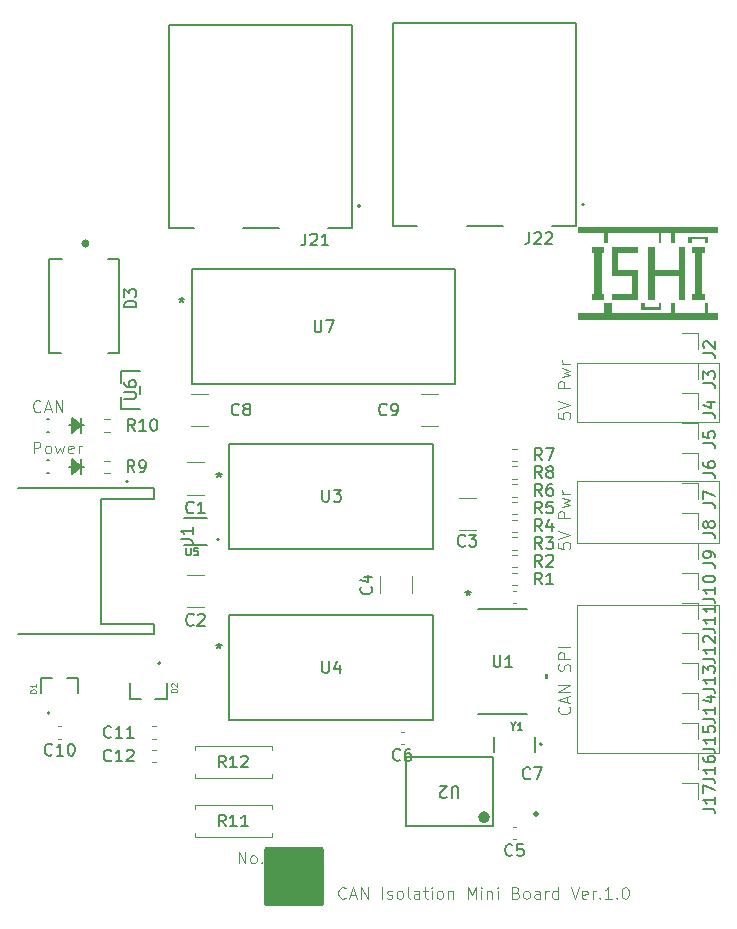
<source format=gto>
%TF.GenerationSoftware,KiCad,Pcbnew,9.0.4*%
%TF.CreationDate,2025-09-18T00:05:18+09:00*%
%TF.ProjectId,CAN_Isolation_mini,43414e5f-4973-46f6-9c61-74696f6e5f6d,Ver.1.0*%
%TF.SameCoordinates,Original*%
%TF.FileFunction,Legend,Top*%
%TF.FilePolarity,Positive*%
%FSLAX46Y46*%
G04 Gerber Fmt 4.6, Leading zero omitted, Abs format (unit mm)*
G04 Created by KiCad (PCBNEW 9.0.4) date 2025-09-18 00:05:18*
%MOMM*%
%LPD*%
G01*
G04 APERTURE LIST*
%ADD10C,0.100000*%
%ADD11C,0.150000*%
%ADD12C,0.120000*%
%ADD13C,0.200000*%
%ADD14C,0.300000*%
%ADD15C,0.500000*%
%ADD16C,0.250000*%
%ADD17C,0.000000*%
%ADD18C,0.127000*%
%ADD19C,0.152400*%
G04 APERTURE END LIST*
D10*
X136000000Y-90500000D02*
X148000000Y-90500000D01*
X148000000Y-95740000D01*
X136000000Y-95740000D01*
X136000000Y-90500000D01*
X136000000Y-101000000D02*
X148000000Y-101000000D01*
X148000000Y-113500000D01*
X136000000Y-113500000D01*
X136000000Y-101000000D01*
X136000000Y-80500000D02*
X148000000Y-80500000D01*
X148000000Y-85500000D01*
X136000000Y-85500000D01*
X136000000Y-80500000D01*
X135277180Y-109624687D02*
X135324800Y-109672306D01*
X135324800Y-109672306D02*
X135372419Y-109815163D01*
X135372419Y-109815163D02*
X135372419Y-109910401D01*
X135372419Y-109910401D02*
X135324800Y-110053258D01*
X135324800Y-110053258D02*
X135229561Y-110148496D01*
X135229561Y-110148496D02*
X135134323Y-110196115D01*
X135134323Y-110196115D02*
X134943847Y-110243734D01*
X134943847Y-110243734D02*
X134800990Y-110243734D01*
X134800990Y-110243734D02*
X134610514Y-110196115D01*
X134610514Y-110196115D02*
X134515276Y-110148496D01*
X134515276Y-110148496D02*
X134420038Y-110053258D01*
X134420038Y-110053258D02*
X134372419Y-109910401D01*
X134372419Y-109910401D02*
X134372419Y-109815163D01*
X134372419Y-109815163D02*
X134420038Y-109672306D01*
X134420038Y-109672306D02*
X134467657Y-109624687D01*
X135086704Y-109243734D02*
X135086704Y-108767544D01*
X135372419Y-109338972D02*
X134372419Y-109005639D01*
X134372419Y-109005639D02*
X135372419Y-108672306D01*
X135372419Y-108338972D02*
X134372419Y-108338972D01*
X134372419Y-108338972D02*
X135372419Y-107767544D01*
X135372419Y-107767544D02*
X134372419Y-107767544D01*
X135324800Y-106577067D02*
X135372419Y-106434210D01*
X135372419Y-106434210D02*
X135372419Y-106196115D01*
X135372419Y-106196115D02*
X135324800Y-106100877D01*
X135324800Y-106100877D02*
X135277180Y-106053258D01*
X135277180Y-106053258D02*
X135181942Y-106005639D01*
X135181942Y-106005639D02*
X135086704Y-106005639D01*
X135086704Y-106005639D02*
X134991466Y-106053258D01*
X134991466Y-106053258D02*
X134943847Y-106100877D01*
X134943847Y-106100877D02*
X134896228Y-106196115D01*
X134896228Y-106196115D02*
X134848609Y-106386591D01*
X134848609Y-106386591D02*
X134800990Y-106481829D01*
X134800990Y-106481829D02*
X134753371Y-106529448D01*
X134753371Y-106529448D02*
X134658133Y-106577067D01*
X134658133Y-106577067D02*
X134562895Y-106577067D01*
X134562895Y-106577067D02*
X134467657Y-106529448D01*
X134467657Y-106529448D02*
X134420038Y-106481829D01*
X134420038Y-106481829D02*
X134372419Y-106386591D01*
X134372419Y-106386591D02*
X134372419Y-106148496D01*
X134372419Y-106148496D02*
X134420038Y-106005639D01*
X135372419Y-105577067D02*
X134372419Y-105577067D01*
X134372419Y-105577067D02*
X134372419Y-105196115D01*
X134372419Y-105196115D02*
X134420038Y-105100877D01*
X134420038Y-105100877D02*
X134467657Y-105053258D01*
X134467657Y-105053258D02*
X134562895Y-105005639D01*
X134562895Y-105005639D02*
X134705752Y-105005639D01*
X134705752Y-105005639D02*
X134800990Y-105053258D01*
X134800990Y-105053258D02*
X134848609Y-105100877D01*
X134848609Y-105100877D02*
X134896228Y-105196115D01*
X134896228Y-105196115D02*
X134896228Y-105577067D01*
X135372419Y-104577067D02*
X134372419Y-104577067D01*
X107303884Y-122872419D02*
X107303884Y-121872419D01*
X107303884Y-121872419D02*
X107875312Y-122872419D01*
X107875312Y-122872419D02*
X107875312Y-121872419D01*
X108494360Y-122872419D02*
X108399122Y-122824800D01*
X108399122Y-122824800D02*
X108351503Y-122777180D01*
X108351503Y-122777180D02*
X108303884Y-122681942D01*
X108303884Y-122681942D02*
X108303884Y-122396228D01*
X108303884Y-122396228D02*
X108351503Y-122300990D01*
X108351503Y-122300990D02*
X108399122Y-122253371D01*
X108399122Y-122253371D02*
X108494360Y-122205752D01*
X108494360Y-122205752D02*
X108637217Y-122205752D01*
X108637217Y-122205752D02*
X108732455Y-122253371D01*
X108732455Y-122253371D02*
X108780074Y-122300990D01*
X108780074Y-122300990D02*
X108827693Y-122396228D01*
X108827693Y-122396228D02*
X108827693Y-122681942D01*
X108827693Y-122681942D02*
X108780074Y-122777180D01*
X108780074Y-122777180D02*
X108732455Y-122824800D01*
X108732455Y-122824800D02*
X108637217Y-122872419D01*
X108637217Y-122872419D02*
X108494360Y-122872419D01*
X109256265Y-122777180D02*
X109303884Y-122824800D01*
X109303884Y-122824800D02*
X109256265Y-122872419D01*
X109256265Y-122872419D02*
X109208646Y-122824800D01*
X109208646Y-122824800D02*
X109256265Y-122777180D01*
X109256265Y-122777180D02*
X109256265Y-122872419D01*
X116375312Y-125777180D02*
X116327693Y-125824800D01*
X116327693Y-125824800D02*
X116184836Y-125872419D01*
X116184836Y-125872419D02*
X116089598Y-125872419D01*
X116089598Y-125872419D02*
X115946741Y-125824800D01*
X115946741Y-125824800D02*
X115851503Y-125729561D01*
X115851503Y-125729561D02*
X115803884Y-125634323D01*
X115803884Y-125634323D02*
X115756265Y-125443847D01*
X115756265Y-125443847D02*
X115756265Y-125300990D01*
X115756265Y-125300990D02*
X115803884Y-125110514D01*
X115803884Y-125110514D02*
X115851503Y-125015276D01*
X115851503Y-125015276D02*
X115946741Y-124920038D01*
X115946741Y-124920038D02*
X116089598Y-124872419D01*
X116089598Y-124872419D02*
X116184836Y-124872419D01*
X116184836Y-124872419D02*
X116327693Y-124920038D01*
X116327693Y-124920038D02*
X116375312Y-124967657D01*
X116756265Y-125586704D02*
X117232455Y-125586704D01*
X116661027Y-125872419D02*
X116994360Y-124872419D01*
X116994360Y-124872419D02*
X117327693Y-125872419D01*
X117661027Y-125872419D02*
X117661027Y-124872419D01*
X117661027Y-124872419D02*
X118232455Y-125872419D01*
X118232455Y-125872419D02*
X118232455Y-124872419D01*
X119470551Y-125872419D02*
X119470551Y-124872419D01*
X119899122Y-125824800D02*
X119994360Y-125872419D01*
X119994360Y-125872419D02*
X120184836Y-125872419D01*
X120184836Y-125872419D02*
X120280074Y-125824800D01*
X120280074Y-125824800D02*
X120327693Y-125729561D01*
X120327693Y-125729561D02*
X120327693Y-125681942D01*
X120327693Y-125681942D02*
X120280074Y-125586704D01*
X120280074Y-125586704D02*
X120184836Y-125539085D01*
X120184836Y-125539085D02*
X120041979Y-125539085D01*
X120041979Y-125539085D02*
X119946741Y-125491466D01*
X119946741Y-125491466D02*
X119899122Y-125396228D01*
X119899122Y-125396228D02*
X119899122Y-125348609D01*
X119899122Y-125348609D02*
X119946741Y-125253371D01*
X119946741Y-125253371D02*
X120041979Y-125205752D01*
X120041979Y-125205752D02*
X120184836Y-125205752D01*
X120184836Y-125205752D02*
X120280074Y-125253371D01*
X120899122Y-125872419D02*
X120803884Y-125824800D01*
X120803884Y-125824800D02*
X120756265Y-125777180D01*
X120756265Y-125777180D02*
X120708646Y-125681942D01*
X120708646Y-125681942D02*
X120708646Y-125396228D01*
X120708646Y-125396228D02*
X120756265Y-125300990D01*
X120756265Y-125300990D02*
X120803884Y-125253371D01*
X120803884Y-125253371D02*
X120899122Y-125205752D01*
X120899122Y-125205752D02*
X121041979Y-125205752D01*
X121041979Y-125205752D02*
X121137217Y-125253371D01*
X121137217Y-125253371D02*
X121184836Y-125300990D01*
X121184836Y-125300990D02*
X121232455Y-125396228D01*
X121232455Y-125396228D02*
X121232455Y-125681942D01*
X121232455Y-125681942D02*
X121184836Y-125777180D01*
X121184836Y-125777180D02*
X121137217Y-125824800D01*
X121137217Y-125824800D02*
X121041979Y-125872419D01*
X121041979Y-125872419D02*
X120899122Y-125872419D01*
X121803884Y-125872419D02*
X121708646Y-125824800D01*
X121708646Y-125824800D02*
X121661027Y-125729561D01*
X121661027Y-125729561D02*
X121661027Y-124872419D01*
X122613408Y-125872419D02*
X122613408Y-125348609D01*
X122613408Y-125348609D02*
X122565789Y-125253371D01*
X122565789Y-125253371D02*
X122470551Y-125205752D01*
X122470551Y-125205752D02*
X122280075Y-125205752D01*
X122280075Y-125205752D02*
X122184837Y-125253371D01*
X122613408Y-125824800D02*
X122518170Y-125872419D01*
X122518170Y-125872419D02*
X122280075Y-125872419D01*
X122280075Y-125872419D02*
X122184837Y-125824800D01*
X122184837Y-125824800D02*
X122137218Y-125729561D01*
X122137218Y-125729561D02*
X122137218Y-125634323D01*
X122137218Y-125634323D02*
X122184837Y-125539085D01*
X122184837Y-125539085D02*
X122280075Y-125491466D01*
X122280075Y-125491466D02*
X122518170Y-125491466D01*
X122518170Y-125491466D02*
X122613408Y-125443847D01*
X122946742Y-125205752D02*
X123327694Y-125205752D01*
X123089599Y-124872419D02*
X123089599Y-125729561D01*
X123089599Y-125729561D02*
X123137218Y-125824800D01*
X123137218Y-125824800D02*
X123232456Y-125872419D01*
X123232456Y-125872419D02*
X123327694Y-125872419D01*
X123661028Y-125872419D02*
X123661028Y-125205752D01*
X123661028Y-124872419D02*
X123613409Y-124920038D01*
X123613409Y-124920038D02*
X123661028Y-124967657D01*
X123661028Y-124967657D02*
X123708647Y-124920038D01*
X123708647Y-124920038D02*
X123661028Y-124872419D01*
X123661028Y-124872419D02*
X123661028Y-124967657D01*
X124280075Y-125872419D02*
X124184837Y-125824800D01*
X124184837Y-125824800D02*
X124137218Y-125777180D01*
X124137218Y-125777180D02*
X124089599Y-125681942D01*
X124089599Y-125681942D02*
X124089599Y-125396228D01*
X124089599Y-125396228D02*
X124137218Y-125300990D01*
X124137218Y-125300990D02*
X124184837Y-125253371D01*
X124184837Y-125253371D02*
X124280075Y-125205752D01*
X124280075Y-125205752D02*
X124422932Y-125205752D01*
X124422932Y-125205752D02*
X124518170Y-125253371D01*
X124518170Y-125253371D02*
X124565789Y-125300990D01*
X124565789Y-125300990D02*
X124613408Y-125396228D01*
X124613408Y-125396228D02*
X124613408Y-125681942D01*
X124613408Y-125681942D02*
X124565789Y-125777180D01*
X124565789Y-125777180D02*
X124518170Y-125824800D01*
X124518170Y-125824800D02*
X124422932Y-125872419D01*
X124422932Y-125872419D02*
X124280075Y-125872419D01*
X125041980Y-125205752D02*
X125041980Y-125872419D01*
X125041980Y-125300990D02*
X125089599Y-125253371D01*
X125089599Y-125253371D02*
X125184837Y-125205752D01*
X125184837Y-125205752D02*
X125327694Y-125205752D01*
X125327694Y-125205752D02*
X125422932Y-125253371D01*
X125422932Y-125253371D02*
X125470551Y-125348609D01*
X125470551Y-125348609D02*
X125470551Y-125872419D01*
X126708647Y-125872419D02*
X126708647Y-124872419D01*
X126708647Y-124872419D02*
X127041980Y-125586704D01*
X127041980Y-125586704D02*
X127375313Y-124872419D01*
X127375313Y-124872419D02*
X127375313Y-125872419D01*
X127851504Y-125872419D02*
X127851504Y-125205752D01*
X127851504Y-124872419D02*
X127803885Y-124920038D01*
X127803885Y-124920038D02*
X127851504Y-124967657D01*
X127851504Y-124967657D02*
X127899123Y-124920038D01*
X127899123Y-124920038D02*
X127851504Y-124872419D01*
X127851504Y-124872419D02*
X127851504Y-124967657D01*
X128327694Y-125205752D02*
X128327694Y-125872419D01*
X128327694Y-125300990D02*
X128375313Y-125253371D01*
X128375313Y-125253371D02*
X128470551Y-125205752D01*
X128470551Y-125205752D02*
X128613408Y-125205752D01*
X128613408Y-125205752D02*
X128708646Y-125253371D01*
X128708646Y-125253371D02*
X128756265Y-125348609D01*
X128756265Y-125348609D02*
X128756265Y-125872419D01*
X129232456Y-125872419D02*
X129232456Y-125205752D01*
X129232456Y-124872419D02*
X129184837Y-124920038D01*
X129184837Y-124920038D02*
X129232456Y-124967657D01*
X129232456Y-124967657D02*
X129280075Y-124920038D01*
X129280075Y-124920038D02*
X129232456Y-124872419D01*
X129232456Y-124872419D02*
X129232456Y-124967657D01*
X130803884Y-125348609D02*
X130946741Y-125396228D01*
X130946741Y-125396228D02*
X130994360Y-125443847D01*
X130994360Y-125443847D02*
X131041979Y-125539085D01*
X131041979Y-125539085D02*
X131041979Y-125681942D01*
X131041979Y-125681942D02*
X130994360Y-125777180D01*
X130994360Y-125777180D02*
X130946741Y-125824800D01*
X130946741Y-125824800D02*
X130851503Y-125872419D01*
X130851503Y-125872419D02*
X130470551Y-125872419D01*
X130470551Y-125872419D02*
X130470551Y-124872419D01*
X130470551Y-124872419D02*
X130803884Y-124872419D01*
X130803884Y-124872419D02*
X130899122Y-124920038D01*
X130899122Y-124920038D02*
X130946741Y-124967657D01*
X130946741Y-124967657D02*
X130994360Y-125062895D01*
X130994360Y-125062895D02*
X130994360Y-125158133D01*
X130994360Y-125158133D02*
X130946741Y-125253371D01*
X130946741Y-125253371D02*
X130899122Y-125300990D01*
X130899122Y-125300990D02*
X130803884Y-125348609D01*
X130803884Y-125348609D02*
X130470551Y-125348609D01*
X131613408Y-125872419D02*
X131518170Y-125824800D01*
X131518170Y-125824800D02*
X131470551Y-125777180D01*
X131470551Y-125777180D02*
X131422932Y-125681942D01*
X131422932Y-125681942D02*
X131422932Y-125396228D01*
X131422932Y-125396228D02*
X131470551Y-125300990D01*
X131470551Y-125300990D02*
X131518170Y-125253371D01*
X131518170Y-125253371D02*
X131613408Y-125205752D01*
X131613408Y-125205752D02*
X131756265Y-125205752D01*
X131756265Y-125205752D02*
X131851503Y-125253371D01*
X131851503Y-125253371D02*
X131899122Y-125300990D01*
X131899122Y-125300990D02*
X131946741Y-125396228D01*
X131946741Y-125396228D02*
X131946741Y-125681942D01*
X131946741Y-125681942D02*
X131899122Y-125777180D01*
X131899122Y-125777180D02*
X131851503Y-125824800D01*
X131851503Y-125824800D02*
X131756265Y-125872419D01*
X131756265Y-125872419D02*
X131613408Y-125872419D01*
X132803884Y-125872419D02*
X132803884Y-125348609D01*
X132803884Y-125348609D02*
X132756265Y-125253371D01*
X132756265Y-125253371D02*
X132661027Y-125205752D01*
X132661027Y-125205752D02*
X132470551Y-125205752D01*
X132470551Y-125205752D02*
X132375313Y-125253371D01*
X132803884Y-125824800D02*
X132708646Y-125872419D01*
X132708646Y-125872419D02*
X132470551Y-125872419D01*
X132470551Y-125872419D02*
X132375313Y-125824800D01*
X132375313Y-125824800D02*
X132327694Y-125729561D01*
X132327694Y-125729561D02*
X132327694Y-125634323D01*
X132327694Y-125634323D02*
X132375313Y-125539085D01*
X132375313Y-125539085D02*
X132470551Y-125491466D01*
X132470551Y-125491466D02*
X132708646Y-125491466D01*
X132708646Y-125491466D02*
X132803884Y-125443847D01*
X133280075Y-125872419D02*
X133280075Y-125205752D01*
X133280075Y-125396228D02*
X133327694Y-125300990D01*
X133327694Y-125300990D02*
X133375313Y-125253371D01*
X133375313Y-125253371D02*
X133470551Y-125205752D01*
X133470551Y-125205752D02*
X133565789Y-125205752D01*
X134327694Y-125872419D02*
X134327694Y-124872419D01*
X134327694Y-125824800D02*
X134232456Y-125872419D01*
X134232456Y-125872419D02*
X134041980Y-125872419D01*
X134041980Y-125872419D02*
X133946742Y-125824800D01*
X133946742Y-125824800D02*
X133899123Y-125777180D01*
X133899123Y-125777180D02*
X133851504Y-125681942D01*
X133851504Y-125681942D02*
X133851504Y-125396228D01*
X133851504Y-125396228D02*
X133899123Y-125300990D01*
X133899123Y-125300990D02*
X133946742Y-125253371D01*
X133946742Y-125253371D02*
X134041980Y-125205752D01*
X134041980Y-125205752D02*
X134232456Y-125205752D01*
X134232456Y-125205752D02*
X134327694Y-125253371D01*
X135422933Y-124872419D02*
X135756266Y-125872419D01*
X135756266Y-125872419D02*
X136089599Y-124872419D01*
X136803885Y-125824800D02*
X136708647Y-125872419D01*
X136708647Y-125872419D02*
X136518171Y-125872419D01*
X136518171Y-125872419D02*
X136422933Y-125824800D01*
X136422933Y-125824800D02*
X136375314Y-125729561D01*
X136375314Y-125729561D02*
X136375314Y-125348609D01*
X136375314Y-125348609D02*
X136422933Y-125253371D01*
X136422933Y-125253371D02*
X136518171Y-125205752D01*
X136518171Y-125205752D02*
X136708647Y-125205752D01*
X136708647Y-125205752D02*
X136803885Y-125253371D01*
X136803885Y-125253371D02*
X136851504Y-125348609D01*
X136851504Y-125348609D02*
X136851504Y-125443847D01*
X136851504Y-125443847D02*
X136375314Y-125539085D01*
X137280076Y-125872419D02*
X137280076Y-125205752D01*
X137280076Y-125396228D02*
X137327695Y-125300990D01*
X137327695Y-125300990D02*
X137375314Y-125253371D01*
X137375314Y-125253371D02*
X137470552Y-125205752D01*
X137470552Y-125205752D02*
X137565790Y-125205752D01*
X137899124Y-125777180D02*
X137946743Y-125824800D01*
X137946743Y-125824800D02*
X137899124Y-125872419D01*
X137899124Y-125872419D02*
X137851505Y-125824800D01*
X137851505Y-125824800D02*
X137899124Y-125777180D01*
X137899124Y-125777180D02*
X137899124Y-125872419D01*
X138899123Y-125872419D02*
X138327695Y-125872419D01*
X138613409Y-125872419D02*
X138613409Y-124872419D01*
X138613409Y-124872419D02*
X138518171Y-125015276D01*
X138518171Y-125015276D02*
X138422933Y-125110514D01*
X138422933Y-125110514D02*
X138327695Y-125158133D01*
X139327695Y-125777180D02*
X139375314Y-125824800D01*
X139375314Y-125824800D02*
X139327695Y-125872419D01*
X139327695Y-125872419D02*
X139280076Y-125824800D01*
X139280076Y-125824800D02*
X139327695Y-125777180D01*
X139327695Y-125777180D02*
X139327695Y-125872419D01*
X139994361Y-124872419D02*
X140089599Y-124872419D01*
X140089599Y-124872419D02*
X140184837Y-124920038D01*
X140184837Y-124920038D02*
X140232456Y-124967657D01*
X140232456Y-124967657D02*
X140280075Y-125062895D01*
X140280075Y-125062895D02*
X140327694Y-125253371D01*
X140327694Y-125253371D02*
X140327694Y-125491466D01*
X140327694Y-125491466D02*
X140280075Y-125681942D01*
X140280075Y-125681942D02*
X140232456Y-125777180D01*
X140232456Y-125777180D02*
X140184837Y-125824800D01*
X140184837Y-125824800D02*
X140089599Y-125872419D01*
X140089599Y-125872419D02*
X139994361Y-125872419D01*
X139994361Y-125872419D02*
X139899123Y-125824800D01*
X139899123Y-125824800D02*
X139851504Y-125777180D01*
X139851504Y-125777180D02*
X139803885Y-125681942D01*
X139803885Y-125681942D02*
X139756266Y-125491466D01*
X139756266Y-125491466D02*
X139756266Y-125253371D01*
X139756266Y-125253371D02*
X139803885Y-125062895D01*
X139803885Y-125062895D02*
X139851504Y-124967657D01*
X139851504Y-124967657D02*
X139899123Y-124920038D01*
X139899123Y-124920038D02*
X139994361Y-124872419D01*
X134372419Y-95719925D02*
X134372419Y-96196115D01*
X134372419Y-96196115D02*
X134848609Y-96243734D01*
X134848609Y-96243734D02*
X134800990Y-96196115D01*
X134800990Y-96196115D02*
X134753371Y-96100877D01*
X134753371Y-96100877D02*
X134753371Y-95862782D01*
X134753371Y-95862782D02*
X134800990Y-95767544D01*
X134800990Y-95767544D02*
X134848609Y-95719925D01*
X134848609Y-95719925D02*
X134943847Y-95672306D01*
X134943847Y-95672306D02*
X135181942Y-95672306D01*
X135181942Y-95672306D02*
X135277180Y-95719925D01*
X135277180Y-95719925D02*
X135324800Y-95767544D01*
X135324800Y-95767544D02*
X135372419Y-95862782D01*
X135372419Y-95862782D02*
X135372419Y-96100877D01*
X135372419Y-96100877D02*
X135324800Y-96196115D01*
X135324800Y-96196115D02*
X135277180Y-96243734D01*
X134372419Y-95386591D02*
X135372419Y-95053258D01*
X135372419Y-95053258D02*
X134372419Y-94719925D01*
X135372419Y-93624686D02*
X134372419Y-93624686D01*
X134372419Y-93624686D02*
X134372419Y-93243734D01*
X134372419Y-93243734D02*
X134420038Y-93148496D01*
X134420038Y-93148496D02*
X134467657Y-93100877D01*
X134467657Y-93100877D02*
X134562895Y-93053258D01*
X134562895Y-93053258D02*
X134705752Y-93053258D01*
X134705752Y-93053258D02*
X134800990Y-93100877D01*
X134800990Y-93100877D02*
X134848609Y-93148496D01*
X134848609Y-93148496D02*
X134896228Y-93243734D01*
X134896228Y-93243734D02*
X134896228Y-93624686D01*
X134705752Y-92719924D02*
X135372419Y-92529448D01*
X135372419Y-92529448D02*
X134896228Y-92338972D01*
X134896228Y-92338972D02*
X135372419Y-92148496D01*
X135372419Y-92148496D02*
X134705752Y-91958020D01*
X135372419Y-91577067D02*
X134705752Y-91577067D01*
X134896228Y-91577067D02*
X134800990Y-91529448D01*
X134800990Y-91529448D02*
X134753371Y-91481829D01*
X134753371Y-91481829D02*
X134705752Y-91386591D01*
X134705752Y-91386591D02*
X134705752Y-91291353D01*
X90532407Y-84572085D02*
X90484788Y-84619705D01*
X90484788Y-84619705D02*
X90341931Y-84667324D01*
X90341931Y-84667324D02*
X90246693Y-84667324D01*
X90246693Y-84667324D02*
X90103836Y-84619705D01*
X90103836Y-84619705D02*
X90008598Y-84524466D01*
X90008598Y-84524466D02*
X89960979Y-84429228D01*
X89960979Y-84429228D02*
X89913360Y-84238752D01*
X89913360Y-84238752D02*
X89913360Y-84095895D01*
X89913360Y-84095895D02*
X89960979Y-83905419D01*
X89960979Y-83905419D02*
X90008598Y-83810181D01*
X90008598Y-83810181D02*
X90103836Y-83714943D01*
X90103836Y-83714943D02*
X90246693Y-83667324D01*
X90246693Y-83667324D02*
X90341931Y-83667324D01*
X90341931Y-83667324D02*
X90484788Y-83714943D01*
X90484788Y-83714943D02*
X90532407Y-83762562D01*
X90913360Y-84381609D02*
X91389550Y-84381609D01*
X90818122Y-84667324D02*
X91151455Y-83667324D01*
X91151455Y-83667324D02*
X91484788Y-84667324D01*
X91818122Y-84667324D02*
X91818122Y-83667324D01*
X91818122Y-83667324D02*
X92389550Y-84667324D01*
X92389550Y-84667324D02*
X92389550Y-83667324D01*
X89960979Y-88167324D02*
X89960979Y-87167324D01*
X89960979Y-87167324D02*
X90341931Y-87167324D01*
X90341931Y-87167324D02*
X90437169Y-87214943D01*
X90437169Y-87214943D02*
X90484788Y-87262562D01*
X90484788Y-87262562D02*
X90532407Y-87357800D01*
X90532407Y-87357800D02*
X90532407Y-87500657D01*
X90532407Y-87500657D02*
X90484788Y-87595895D01*
X90484788Y-87595895D02*
X90437169Y-87643514D01*
X90437169Y-87643514D02*
X90341931Y-87691133D01*
X90341931Y-87691133D02*
X89960979Y-87691133D01*
X91103836Y-88167324D02*
X91008598Y-88119705D01*
X91008598Y-88119705D02*
X90960979Y-88072085D01*
X90960979Y-88072085D02*
X90913360Y-87976847D01*
X90913360Y-87976847D02*
X90913360Y-87691133D01*
X90913360Y-87691133D02*
X90960979Y-87595895D01*
X90960979Y-87595895D02*
X91008598Y-87548276D01*
X91008598Y-87548276D02*
X91103836Y-87500657D01*
X91103836Y-87500657D02*
X91246693Y-87500657D01*
X91246693Y-87500657D02*
X91341931Y-87548276D01*
X91341931Y-87548276D02*
X91389550Y-87595895D01*
X91389550Y-87595895D02*
X91437169Y-87691133D01*
X91437169Y-87691133D02*
X91437169Y-87976847D01*
X91437169Y-87976847D02*
X91389550Y-88072085D01*
X91389550Y-88072085D02*
X91341931Y-88119705D01*
X91341931Y-88119705D02*
X91246693Y-88167324D01*
X91246693Y-88167324D02*
X91103836Y-88167324D01*
X91770503Y-87500657D02*
X91960979Y-88167324D01*
X91960979Y-88167324D02*
X92151455Y-87691133D01*
X92151455Y-87691133D02*
X92341931Y-88167324D01*
X92341931Y-88167324D02*
X92532407Y-87500657D01*
X93294312Y-88119705D02*
X93199074Y-88167324D01*
X93199074Y-88167324D02*
X93008598Y-88167324D01*
X93008598Y-88167324D02*
X92913360Y-88119705D01*
X92913360Y-88119705D02*
X92865741Y-88024466D01*
X92865741Y-88024466D02*
X92865741Y-87643514D01*
X92865741Y-87643514D02*
X92913360Y-87548276D01*
X92913360Y-87548276D02*
X93008598Y-87500657D01*
X93008598Y-87500657D02*
X93199074Y-87500657D01*
X93199074Y-87500657D02*
X93294312Y-87548276D01*
X93294312Y-87548276D02*
X93341931Y-87643514D01*
X93341931Y-87643514D02*
X93341931Y-87738752D01*
X93341931Y-87738752D02*
X92865741Y-87833990D01*
X93770503Y-88167324D02*
X93770503Y-87500657D01*
X93770503Y-87691133D02*
X93818122Y-87595895D01*
X93818122Y-87595895D02*
X93865741Y-87548276D01*
X93865741Y-87548276D02*
X93960979Y-87500657D01*
X93960979Y-87500657D02*
X94056217Y-87500657D01*
X134372419Y-84719925D02*
X134372419Y-85196115D01*
X134372419Y-85196115D02*
X134848609Y-85243734D01*
X134848609Y-85243734D02*
X134800990Y-85196115D01*
X134800990Y-85196115D02*
X134753371Y-85100877D01*
X134753371Y-85100877D02*
X134753371Y-84862782D01*
X134753371Y-84862782D02*
X134800990Y-84767544D01*
X134800990Y-84767544D02*
X134848609Y-84719925D01*
X134848609Y-84719925D02*
X134943847Y-84672306D01*
X134943847Y-84672306D02*
X135181942Y-84672306D01*
X135181942Y-84672306D02*
X135277180Y-84719925D01*
X135277180Y-84719925D02*
X135324800Y-84767544D01*
X135324800Y-84767544D02*
X135372419Y-84862782D01*
X135372419Y-84862782D02*
X135372419Y-85100877D01*
X135372419Y-85100877D02*
X135324800Y-85196115D01*
X135324800Y-85196115D02*
X135277180Y-85243734D01*
X134372419Y-84386591D02*
X135372419Y-84053258D01*
X135372419Y-84053258D02*
X134372419Y-83719925D01*
X135372419Y-82624686D02*
X134372419Y-82624686D01*
X134372419Y-82624686D02*
X134372419Y-82243734D01*
X134372419Y-82243734D02*
X134420038Y-82148496D01*
X134420038Y-82148496D02*
X134467657Y-82100877D01*
X134467657Y-82100877D02*
X134562895Y-82053258D01*
X134562895Y-82053258D02*
X134705752Y-82053258D01*
X134705752Y-82053258D02*
X134800990Y-82100877D01*
X134800990Y-82100877D02*
X134848609Y-82148496D01*
X134848609Y-82148496D02*
X134896228Y-82243734D01*
X134896228Y-82243734D02*
X134896228Y-82624686D01*
X134705752Y-81719924D02*
X135372419Y-81529448D01*
X135372419Y-81529448D02*
X134896228Y-81338972D01*
X134896228Y-81338972D02*
X135372419Y-81148496D01*
X135372419Y-81148496D02*
X134705752Y-80958020D01*
X135372419Y-80577067D02*
X134705752Y-80577067D01*
X134896228Y-80577067D02*
X134800990Y-80529448D01*
X134800990Y-80529448D02*
X134753371Y-80481829D01*
X134753371Y-80481829D02*
X134705752Y-80386591D01*
X134705752Y-80386591D02*
X134705752Y-80291353D01*
D11*
X98637974Y-75805477D02*
X97634754Y-75805477D01*
X97634754Y-75805477D02*
X97634754Y-75566615D01*
X97634754Y-75566615D02*
X97682526Y-75423298D01*
X97682526Y-75423298D02*
X97778071Y-75327753D01*
X97778071Y-75327753D02*
X97873616Y-75279980D01*
X97873616Y-75279980D02*
X98064705Y-75232208D01*
X98064705Y-75232208D02*
X98208022Y-75232208D01*
X98208022Y-75232208D02*
X98399112Y-75279980D01*
X98399112Y-75279980D02*
X98494657Y-75327753D01*
X98494657Y-75327753D02*
X98590202Y-75423298D01*
X98590202Y-75423298D02*
X98637974Y-75566615D01*
X98637974Y-75566615D02*
X98637974Y-75805477D01*
X97634754Y-74897801D02*
X97634754Y-74276760D01*
X97634754Y-74276760D02*
X98016933Y-74611167D01*
X98016933Y-74611167D02*
X98016933Y-74467850D01*
X98016933Y-74467850D02*
X98064705Y-74372305D01*
X98064705Y-74372305D02*
X98112478Y-74324533D01*
X98112478Y-74324533D02*
X98208022Y-74276760D01*
X98208022Y-74276760D02*
X98446884Y-74276760D01*
X98446884Y-74276760D02*
X98542429Y-74324533D01*
X98542429Y-74324533D02*
X98590202Y-74372305D01*
X98590202Y-74372305D02*
X98637974Y-74467850D01*
X98637974Y-74467850D02*
X98637974Y-74754484D01*
X98637974Y-74754484D02*
X98590202Y-74850029D01*
X98590202Y-74850029D02*
X98542429Y-74897801D01*
X131990428Y-115654485D02*
X131942809Y-115702105D01*
X131942809Y-115702105D02*
X131799952Y-115749724D01*
X131799952Y-115749724D02*
X131704714Y-115749724D01*
X131704714Y-115749724D02*
X131561857Y-115702105D01*
X131561857Y-115702105D02*
X131466619Y-115606866D01*
X131466619Y-115606866D02*
X131419000Y-115511628D01*
X131419000Y-115511628D02*
X131371381Y-115321152D01*
X131371381Y-115321152D02*
X131371381Y-115178295D01*
X131371381Y-115178295D02*
X131419000Y-114987819D01*
X131419000Y-114987819D02*
X131466619Y-114892581D01*
X131466619Y-114892581D02*
X131561857Y-114797343D01*
X131561857Y-114797343D02*
X131704714Y-114749724D01*
X131704714Y-114749724D02*
X131799952Y-114749724D01*
X131799952Y-114749724D02*
X131942809Y-114797343D01*
X131942809Y-114797343D02*
X131990428Y-114844962D01*
X132323762Y-114749724D02*
X132990428Y-114749724D01*
X132990428Y-114749724D02*
X132561857Y-115749724D01*
X98490428Y-89749724D02*
X98157095Y-89273533D01*
X97919000Y-89749724D02*
X97919000Y-88749724D01*
X97919000Y-88749724D02*
X98299952Y-88749724D01*
X98299952Y-88749724D02*
X98395190Y-88797343D01*
X98395190Y-88797343D02*
X98442809Y-88844962D01*
X98442809Y-88844962D02*
X98490428Y-88940200D01*
X98490428Y-88940200D02*
X98490428Y-89083057D01*
X98490428Y-89083057D02*
X98442809Y-89178295D01*
X98442809Y-89178295D02*
X98395190Y-89225914D01*
X98395190Y-89225914D02*
X98299952Y-89273533D01*
X98299952Y-89273533D02*
X97919000Y-89273533D01*
X98966619Y-89749724D02*
X99157095Y-89749724D01*
X99157095Y-89749724D02*
X99252333Y-89702105D01*
X99252333Y-89702105D02*
X99299952Y-89654485D01*
X99299952Y-89654485D02*
X99395190Y-89511628D01*
X99395190Y-89511628D02*
X99442809Y-89321152D01*
X99442809Y-89321152D02*
X99442809Y-88940200D01*
X99442809Y-88940200D02*
X99395190Y-88844962D01*
X99395190Y-88844962D02*
X99347571Y-88797343D01*
X99347571Y-88797343D02*
X99252333Y-88749724D01*
X99252333Y-88749724D02*
X99061857Y-88749724D01*
X99061857Y-88749724D02*
X98966619Y-88797343D01*
X98966619Y-88797343D02*
X98919000Y-88844962D01*
X98919000Y-88844962D02*
X98871381Y-88940200D01*
X98871381Y-88940200D02*
X98871381Y-89178295D01*
X98871381Y-89178295D02*
X98919000Y-89273533D01*
X98919000Y-89273533D02*
X98966619Y-89321152D01*
X98966619Y-89321152D02*
X99061857Y-89368771D01*
X99061857Y-89368771D02*
X99252333Y-89368771D01*
X99252333Y-89368771D02*
X99347571Y-89321152D01*
X99347571Y-89321152D02*
X99395190Y-89273533D01*
X99395190Y-89273533D02*
X99442809Y-89178295D01*
X125918999Y-117340085D02*
X125918999Y-116530562D01*
X125918999Y-116530562D02*
X125871380Y-116435324D01*
X125871380Y-116435324D02*
X125823761Y-116387705D01*
X125823761Y-116387705D02*
X125728523Y-116340085D01*
X125728523Y-116340085D02*
X125538047Y-116340085D01*
X125538047Y-116340085D02*
X125442809Y-116387705D01*
X125442809Y-116387705D02*
X125395190Y-116435324D01*
X125395190Y-116435324D02*
X125347571Y-116530562D01*
X125347571Y-116530562D02*
X125347571Y-117340085D01*
X124918999Y-117244847D02*
X124871380Y-117292466D01*
X124871380Y-117292466D02*
X124776142Y-117340085D01*
X124776142Y-117340085D02*
X124538047Y-117340085D01*
X124538047Y-117340085D02*
X124442809Y-117292466D01*
X124442809Y-117292466D02*
X124395190Y-117244847D01*
X124395190Y-117244847D02*
X124347571Y-117149609D01*
X124347571Y-117149609D02*
X124347571Y-117054371D01*
X124347571Y-117054371D02*
X124395190Y-116911514D01*
X124395190Y-116911514D02*
X124966618Y-116340085D01*
X124966618Y-116340085D02*
X124347571Y-116340085D01*
X146644819Y-89833333D02*
X147359104Y-89833333D01*
X147359104Y-89833333D02*
X147501961Y-89880952D01*
X147501961Y-89880952D02*
X147597200Y-89976190D01*
X147597200Y-89976190D02*
X147644819Y-90119047D01*
X147644819Y-90119047D02*
X147644819Y-90214285D01*
X146644819Y-88928571D02*
X146644819Y-89119047D01*
X146644819Y-89119047D02*
X146692438Y-89214285D01*
X146692438Y-89214285D02*
X146740057Y-89261904D01*
X146740057Y-89261904D02*
X146882914Y-89357142D01*
X146882914Y-89357142D02*
X147073390Y-89404761D01*
X147073390Y-89404761D02*
X147454342Y-89404761D01*
X147454342Y-89404761D02*
X147549580Y-89357142D01*
X147549580Y-89357142D02*
X147597200Y-89309523D01*
X147597200Y-89309523D02*
X147644819Y-89214285D01*
X147644819Y-89214285D02*
X147644819Y-89023809D01*
X147644819Y-89023809D02*
X147597200Y-88928571D01*
X147597200Y-88928571D02*
X147549580Y-88880952D01*
X147549580Y-88880952D02*
X147454342Y-88833333D01*
X147454342Y-88833333D02*
X147216247Y-88833333D01*
X147216247Y-88833333D02*
X147121009Y-88880952D01*
X147121009Y-88880952D02*
X147073390Y-88928571D01*
X147073390Y-88928571D02*
X147025771Y-89023809D01*
X147025771Y-89023809D02*
X147025771Y-89214285D01*
X147025771Y-89214285D02*
X147073390Y-89309523D01*
X147073390Y-89309523D02*
X147121009Y-89357142D01*
X147121009Y-89357142D02*
X147216247Y-89404761D01*
X146644819Y-82213333D02*
X147359104Y-82213333D01*
X147359104Y-82213333D02*
X147501961Y-82260952D01*
X147501961Y-82260952D02*
X147597200Y-82356190D01*
X147597200Y-82356190D02*
X147644819Y-82499047D01*
X147644819Y-82499047D02*
X147644819Y-82594285D01*
X146644819Y-81832380D02*
X146644819Y-81213333D01*
X146644819Y-81213333D02*
X147025771Y-81546666D01*
X147025771Y-81546666D02*
X147025771Y-81403809D01*
X147025771Y-81403809D02*
X147073390Y-81308571D01*
X147073390Y-81308571D02*
X147121009Y-81260952D01*
X147121009Y-81260952D02*
X147216247Y-81213333D01*
X147216247Y-81213333D02*
X147454342Y-81213333D01*
X147454342Y-81213333D02*
X147549580Y-81260952D01*
X147549580Y-81260952D02*
X147597200Y-81308571D01*
X147597200Y-81308571D02*
X147644819Y-81403809D01*
X147644819Y-81403809D02*
X147644819Y-81689523D01*
X147644819Y-81689523D02*
X147597200Y-81784761D01*
X147597200Y-81784761D02*
X147549580Y-81832380D01*
X102406914Y-95433238D02*
X103121199Y-95433238D01*
X103121199Y-95433238D02*
X103264056Y-95480857D01*
X103264056Y-95480857D02*
X103359295Y-95576095D01*
X103359295Y-95576095D02*
X103406914Y-95718952D01*
X103406914Y-95718952D02*
X103406914Y-95814190D01*
X103406914Y-94433238D02*
X103406914Y-95004666D01*
X103406914Y-94718952D02*
X102406914Y-94718952D01*
X102406914Y-94718952D02*
X102549771Y-94814190D01*
X102549771Y-94814190D02*
X102645009Y-94909428D01*
X102645009Y-94909428D02*
X102692628Y-95004666D01*
X91514237Y-113654485D02*
X91466618Y-113702105D01*
X91466618Y-113702105D02*
X91323761Y-113749724D01*
X91323761Y-113749724D02*
X91228523Y-113749724D01*
X91228523Y-113749724D02*
X91085666Y-113702105D01*
X91085666Y-113702105D02*
X90990428Y-113606866D01*
X90990428Y-113606866D02*
X90942809Y-113511628D01*
X90942809Y-113511628D02*
X90895190Y-113321152D01*
X90895190Y-113321152D02*
X90895190Y-113178295D01*
X90895190Y-113178295D02*
X90942809Y-112987819D01*
X90942809Y-112987819D02*
X90990428Y-112892581D01*
X90990428Y-112892581D02*
X91085666Y-112797343D01*
X91085666Y-112797343D02*
X91228523Y-112749724D01*
X91228523Y-112749724D02*
X91323761Y-112749724D01*
X91323761Y-112749724D02*
X91466618Y-112797343D01*
X91466618Y-112797343D02*
X91514237Y-112844962D01*
X92466618Y-113749724D02*
X91895190Y-113749724D01*
X92180904Y-113749724D02*
X92180904Y-112749724D01*
X92180904Y-112749724D02*
X92085666Y-112892581D01*
X92085666Y-112892581D02*
X91990428Y-112987819D01*
X91990428Y-112987819D02*
X91895190Y-113035438D01*
X93085666Y-112749724D02*
X93180904Y-112749724D01*
X93180904Y-112749724D02*
X93276142Y-112797343D01*
X93276142Y-112797343D02*
X93323761Y-112844962D01*
X93323761Y-112844962D02*
X93371380Y-112940200D01*
X93371380Y-112940200D02*
X93418999Y-113130676D01*
X93418999Y-113130676D02*
X93418999Y-113368771D01*
X93418999Y-113368771D02*
X93371380Y-113559247D01*
X93371380Y-113559247D02*
X93323761Y-113654485D01*
X93323761Y-113654485D02*
X93276142Y-113702105D01*
X93276142Y-113702105D02*
X93180904Y-113749724D01*
X93180904Y-113749724D02*
X93085666Y-113749724D01*
X93085666Y-113749724D02*
X92990428Y-113702105D01*
X92990428Y-113702105D02*
X92942809Y-113654485D01*
X92942809Y-113654485D02*
X92895190Y-113559247D01*
X92895190Y-113559247D02*
X92847571Y-113368771D01*
X92847571Y-113368771D02*
X92847571Y-113130676D01*
X92847571Y-113130676D02*
X92895190Y-112940200D01*
X92895190Y-112940200D02*
X92942809Y-112844962D01*
X92942809Y-112844962D02*
X92990428Y-112797343D01*
X92990428Y-112797343D02*
X93085666Y-112749724D01*
X146644819Y-94913333D02*
X147359104Y-94913333D01*
X147359104Y-94913333D02*
X147501961Y-94960952D01*
X147501961Y-94960952D02*
X147597200Y-95056190D01*
X147597200Y-95056190D02*
X147644819Y-95199047D01*
X147644819Y-95199047D02*
X147644819Y-95294285D01*
X147073390Y-94294285D02*
X147025771Y-94389523D01*
X147025771Y-94389523D02*
X146978152Y-94437142D01*
X146978152Y-94437142D02*
X146882914Y-94484761D01*
X146882914Y-94484761D02*
X146835295Y-94484761D01*
X146835295Y-94484761D02*
X146740057Y-94437142D01*
X146740057Y-94437142D02*
X146692438Y-94389523D01*
X146692438Y-94389523D02*
X146644819Y-94294285D01*
X146644819Y-94294285D02*
X146644819Y-94103809D01*
X146644819Y-94103809D02*
X146692438Y-94008571D01*
X146692438Y-94008571D02*
X146740057Y-93960952D01*
X146740057Y-93960952D02*
X146835295Y-93913333D01*
X146835295Y-93913333D02*
X146882914Y-93913333D01*
X146882914Y-93913333D02*
X146978152Y-93960952D01*
X146978152Y-93960952D02*
X147025771Y-94008571D01*
X147025771Y-94008571D02*
X147073390Y-94103809D01*
X147073390Y-94103809D02*
X147073390Y-94294285D01*
X147073390Y-94294285D02*
X147121009Y-94389523D01*
X147121009Y-94389523D02*
X147168628Y-94437142D01*
X147168628Y-94437142D02*
X147263866Y-94484761D01*
X147263866Y-94484761D02*
X147454342Y-94484761D01*
X147454342Y-94484761D02*
X147549580Y-94437142D01*
X147549580Y-94437142D02*
X147597200Y-94389523D01*
X147597200Y-94389523D02*
X147644819Y-94294285D01*
X147644819Y-94294285D02*
X147644819Y-94103809D01*
X147644819Y-94103809D02*
X147597200Y-94008571D01*
X147597200Y-94008571D02*
X147549580Y-93960952D01*
X147549580Y-93960952D02*
X147454342Y-93913333D01*
X147454342Y-93913333D02*
X147263866Y-93913333D01*
X147263866Y-93913333D02*
X147168628Y-93960952D01*
X147168628Y-93960952D02*
X147121009Y-94008571D01*
X147121009Y-94008571D02*
X147073390Y-94103809D01*
X146644819Y-103009523D02*
X147359104Y-103009523D01*
X147359104Y-103009523D02*
X147501961Y-103057142D01*
X147501961Y-103057142D02*
X147597200Y-103152380D01*
X147597200Y-103152380D02*
X147644819Y-103295237D01*
X147644819Y-103295237D02*
X147644819Y-103390475D01*
X147644819Y-102009523D02*
X147644819Y-102580951D01*
X147644819Y-102295237D02*
X146644819Y-102295237D01*
X146644819Y-102295237D02*
X146787676Y-102390475D01*
X146787676Y-102390475D02*
X146882914Y-102485713D01*
X146882914Y-102485713D02*
X146930533Y-102580951D01*
X147644819Y-101057142D02*
X147644819Y-101628570D01*
X147644819Y-101342856D02*
X146644819Y-101342856D01*
X146644819Y-101342856D02*
X146787676Y-101438094D01*
X146787676Y-101438094D02*
X146882914Y-101533332D01*
X146882914Y-101533332D02*
X146930533Y-101628570D01*
X146644819Y-118249523D02*
X147359104Y-118249523D01*
X147359104Y-118249523D02*
X147501961Y-118297142D01*
X147501961Y-118297142D02*
X147597200Y-118392380D01*
X147597200Y-118392380D02*
X147644819Y-118535237D01*
X147644819Y-118535237D02*
X147644819Y-118630475D01*
X147644819Y-117249523D02*
X147644819Y-117820951D01*
X147644819Y-117535237D02*
X146644819Y-117535237D01*
X146644819Y-117535237D02*
X146787676Y-117630475D01*
X146787676Y-117630475D02*
X146882914Y-117725713D01*
X146882914Y-117725713D02*
X146930533Y-117820951D01*
X146644819Y-116916189D02*
X146644819Y-116249523D01*
X146644819Y-116249523D02*
X147644819Y-116678094D01*
X102877475Y-96156581D02*
X102877475Y-96674676D01*
X102877475Y-96674676D02*
X102907952Y-96735628D01*
X102907952Y-96735628D02*
X102938428Y-96766105D01*
X102938428Y-96766105D02*
X102999380Y-96796581D01*
X102999380Y-96796581D02*
X103121285Y-96796581D01*
X103121285Y-96796581D02*
X103182237Y-96766105D01*
X103182237Y-96766105D02*
X103212714Y-96735628D01*
X103212714Y-96735628D02*
X103243190Y-96674676D01*
X103243190Y-96674676D02*
X103243190Y-96156581D01*
X103852713Y-96156581D02*
X103547951Y-96156581D01*
X103547951Y-96156581D02*
X103517475Y-96461343D01*
X103517475Y-96461343D02*
X103547951Y-96430866D01*
X103547951Y-96430866D02*
X103608904Y-96400390D01*
X103608904Y-96400390D02*
X103761285Y-96400390D01*
X103761285Y-96400390D02*
X103822237Y-96430866D01*
X103822237Y-96430866D02*
X103852713Y-96461343D01*
X103852713Y-96461343D02*
X103883190Y-96522295D01*
X103883190Y-96522295D02*
X103883190Y-96674676D01*
X103883190Y-96674676D02*
X103852713Y-96735628D01*
X103852713Y-96735628D02*
X103822237Y-96766105D01*
X103822237Y-96766105D02*
X103761285Y-96796581D01*
X103761285Y-96796581D02*
X103608904Y-96796581D01*
X103608904Y-96796581D02*
X103547951Y-96766105D01*
X103547951Y-96766105D02*
X103517475Y-96735628D01*
X146644819Y-113169523D02*
X147359104Y-113169523D01*
X147359104Y-113169523D02*
X147501961Y-113217142D01*
X147501961Y-113217142D02*
X147597200Y-113312380D01*
X147597200Y-113312380D02*
X147644819Y-113455237D01*
X147644819Y-113455237D02*
X147644819Y-113550475D01*
X147644819Y-112169523D02*
X147644819Y-112740951D01*
X147644819Y-112455237D02*
X146644819Y-112455237D01*
X146644819Y-112455237D02*
X146787676Y-112550475D01*
X146787676Y-112550475D02*
X146882914Y-112645713D01*
X146882914Y-112645713D02*
X146930533Y-112740951D01*
X146644819Y-111264761D02*
X146644819Y-111740951D01*
X146644819Y-111740951D02*
X147121009Y-111788570D01*
X147121009Y-111788570D02*
X147073390Y-111740951D01*
X147073390Y-111740951D02*
X147025771Y-111645713D01*
X147025771Y-111645713D02*
X147025771Y-111407618D01*
X147025771Y-111407618D02*
X147073390Y-111312380D01*
X147073390Y-111312380D02*
X147121009Y-111264761D01*
X147121009Y-111264761D02*
X147216247Y-111217142D01*
X147216247Y-111217142D02*
X147454342Y-111217142D01*
X147454342Y-111217142D02*
X147549580Y-111264761D01*
X147549580Y-111264761D02*
X147597200Y-111312380D01*
X147597200Y-111312380D02*
X147644819Y-111407618D01*
X147644819Y-111407618D02*
X147644819Y-111645713D01*
X147644819Y-111645713D02*
X147597200Y-111740951D01*
X147597200Y-111740951D02*
X147549580Y-111788570D01*
X146644819Y-108089523D02*
X147359104Y-108089523D01*
X147359104Y-108089523D02*
X147501961Y-108137142D01*
X147501961Y-108137142D02*
X147597200Y-108232380D01*
X147597200Y-108232380D02*
X147644819Y-108375237D01*
X147644819Y-108375237D02*
X147644819Y-108470475D01*
X147644819Y-107089523D02*
X147644819Y-107660951D01*
X147644819Y-107375237D02*
X146644819Y-107375237D01*
X146644819Y-107375237D02*
X146787676Y-107470475D01*
X146787676Y-107470475D02*
X146882914Y-107565713D01*
X146882914Y-107565713D02*
X146930533Y-107660951D01*
X146644819Y-106756189D02*
X146644819Y-106137142D01*
X146644819Y-106137142D02*
X147025771Y-106470475D01*
X147025771Y-106470475D02*
X147025771Y-106327618D01*
X147025771Y-106327618D02*
X147073390Y-106232380D01*
X147073390Y-106232380D02*
X147121009Y-106184761D01*
X147121009Y-106184761D02*
X147216247Y-106137142D01*
X147216247Y-106137142D02*
X147454342Y-106137142D01*
X147454342Y-106137142D02*
X147549580Y-106184761D01*
X147549580Y-106184761D02*
X147597200Y-106232380D01*
X147597200Y-106232380D02*
X147644819Y-106327618D01*
X147644819Y-106327618D02*
X147644819Y-106613332D01*
X147644819Y-106613332D02*
X147597200Y-106708570D01*
X147597200Y-106708570D02*
X147549580Y-106756189D01*
X103490428Y-102654485D02*
X103442809Y-102702105D01*
X103442809Y-102702105D02*
X103299952Y-102749724D01*
X103299952Y-102749724D02*
X103204714Y-102749724D01*
X103204714Y-102749724D02*
X103061857Y-102702105D01*
X103061857Y-102702105D02*
X102966619Y-102606866D01*
X102966619Y-102606866D02*
X102919000Y-102511628D01*
X102919000Y-102511628D02*
X102871381Y-102321152D01*
X102871381Y-102321152D02*
X102871381Y-102178295D01*
X102871381Y-102178295D02*
X102919000Y-101987819D01*
X102919000Y-101987819D02*
X102966619Y-101892581D01*
X102966619Y-101892581D02*
X103061857Y-101797343D01*
X103061857Y-101797343D02*
X103204714Y-101749724D01*
X103204714Y-101749724D02*
X103299952Y-101749724D01*
X103299952Y-101749724D02*
X103442809Y-101797343D01*
X103442809Y-101797343D02*
X103490428Y-101844962D01*
X103871381Y-101844962D02*
X103919000Y-101797343D01*
X103919000Y-101797343D02*
X104014238Y-101749724D01*
X104014238Y-101749724D02*
X104252333Y-101749724D01*
X104252333Y-101749724D02*
X104347571Y-101797343D01*
X104347571Y-101797343D02*
X104395190Y-101844962D01*
X104395190Y-101844962D02*
X104442809Y-101940200D01*
X104442809Y-101940200D02*
X104442809Y-102035438D01*
X104442809Y-102035438D02*
X104395190Y-102178295D01*
X104395190Y-102178295D02*
X103823762Y-102749724D01*
X103823762Y-102749724D02*
X104442809Y-102749724D01*
X106204237Y-114749724D02*
X105870904Y-114273533D01*
X105632809Y-114749724D02*
X105632809Y-113749724D01*
X105632809Y-113749724D02*
X106013761Y-113749724D01*
X106013761Y-113749724D02*
X106108999Y-113797343D01*
X106108999Y-113797343D02*
X106156618Y-113844962D01*
X106156618Y-113844962D02*
X106204237Y-113940200D01*
X106204237Y-113940200D02*
X106204237Y-114083057D01*
X106204237Y-114083057D02*
X106156618Y-114178295D01*
X106156618Y-114178295D02*
X106108999Y-114225914D01*
X106108999Y-114225914D02*
X106013761Y-114273533D01*
X106013761Y-114273533D02*
X105632809Y-114273533D01*
X107156618Y-114749724D02*
X106585190Y-114749724D01*
X106870904Y-114749724D02*
X106870904Y-113749724D01*
X106870904Y-113749724D02*
X106775666Y-113892581D01*
X106775666Y-113892581D02*
X106680428Y-113987819D01*
X106680428Y-113987819D02*
X106585190Y-114035438D01*
X107537571Y-113844962D02*
X107585190Y-113797343D01*
X107585190Y-113797343D02*
X107680428Y-113749724D01*
X107680428Y-113749724D02*
X107918523Y-113749724D01*
X107918523Y-113749724D02*
X108013761Y-113797343D01*
X108013761Y-113797343D02*
X108061380Y-113844962D01*
X108061380Y-113844962D02*
X108108999Y-113940200D01*
X108108999Y-113940200D02*
X108108999Y-114035438D01*
X108108999Y-114035438D02*
X108061380Y-114178295D01*
X108061380Y-114178295D02*
X107489952Y-114749724D01*
X107489952Y-114749724D02*
X108108999Y-114749724D01*
X130490428Y-122154485D02*
X130442809Y-122202105D01*
X130442809Y-122202105D02*
X130299952Y-122249724D01*
X130299952Y-122249724D02*
X130204714Y-122249724D01*
X130204714Y-122249724D02*
X130061857Y-122202105D01*
X130061857Y-122202105D02*
X129966619Y-122106866D01*
X129966619Y-122106866D02*
X129919000Y-122011628D01*
X129919000Y-122011628D02*
X129871381Y-121821152D01*
X129871381Y-121821152D02*
X129871381Y-121678295D01*
X129871381Y-121678295D02*
X129919000Y-121487819D01*
X129919000Y-121487819D02*
X129966619Y-121392581D01*
X129966619Y-121392581D02*
X130061857Y-121297343D01*
X130061857Y-121297343D02*
X130204714Y-121249724D01*
X130204714Y-121249724D02*
X130299952Y-121249724D01*
X130299952Y-121249724D02*
X130442809Y-121297343D01*
X130442809Y-121297343D02*
X130490428Y-121344962D01*
X131395190Y-121249724D02*
X130919000Y-121249724D01*
X130919000Y-121249724D02*
X130871381Y-121725914D01*
X130871381Y-121725914D02*
X130919000Y-121678295D01*
X130919000Y-121678295D02*
X131014238Y-121630676D01*
X131014238Y-121630676D02*
X131252333Y-121630676D01*
X131252333Y-121630676D02*
X131347571Y-121678295D01*
X131347571Y-121678295D02*
X131395190Y-121725914D01*
X131395190Y-121725914D02*
X131442809Y-121821152D01*
X131442809Y-121821152D02*
X131442809Y-122059247D01*
X131442809Y-122059247D02*
X131395190Y-122154485D01*
X131395190Y-122154485D02*
X131347571Y-122202105D01*
X131347571Y-122202105D02*
X131252333Y-122249724D01*
X131252333Y-122249724D02*
X131014238Y-122249724D01*
X131014238Y-122249724D02*
X130919000Y-122202105D01*
X130919000Y-122202105D02*
X130871381Y-122154485D01*
X112966476Y-69553819D02*
X112966476Y-70268104D01*
X112966476Y-70268104D02*
X112918857Y-70410961D01*
X112918857Y-70410961D02*
X112823619Y-70506200D01*
X112823619Y-70506200D02*
X112680762Y-70553819D01*
X112680762Y-70553819D02*
X112585524Y-70553819D01*
X113395048Y-69649057D02*
X113442667Y-69601438D01*
X113442667Y-69601438D02*
X113537905Y-69553819D01*
X113537905Y-69553819D02*
X113776000Y-69553819D01*
X113776000Y-69553819D02*
X113871238Y-69601438D01*
X113871238Y-69601438D02*
X113918857Y-69649057D01*
X113918857Y-69649057D02*
X113966476Y-69744295D01*
X113966476Y-69744295D02*
X113966476Y-69839533D01*
X113966476Y-69839533D02*
X113918857Y-69982390D01*
X113918857Y-69982390D02*
X113347429Y-70553819D01*
X113347429Y-70553819D02*
X113966476Y-70553819D01*
X114918857Y-70553819D02*
X114347429Y-70553819D01*
X114633143Y-70553819D02*
X114633143Y-69553819D01*
X114633143Y-69553819D02*
X114537905Y-69696676D01*
X114537905Y-69696676D02*
X114442667Y-69791914D01*
X114442667Y-69791914D02*
X114347429Y-69839533D01*
X97611914Y-83556809D02*
X98421437Y-83556809D01*
X98421437Y-83556809D02*
X98516675Y-83509190D01*
X98516675Y-83509190D02*
X98564295Y-83461571D01*
X98564295Y-83461571D02*
X98611914Y-83366333D01*
X98611914Y-83366333D02*
X98611914Y-83175857D01*
X98611914Y-83175857D02*
X98564295Y-83080619D01*
X98564295Y-83080619D02*
X98516675Y-83033000D01*
X98516675Y-83033000D02*
X98421437Y-82985381D01*
X98421437Y-82985381D02*
X97611914Y-82985381D01*
X97611914Y-82080619D02*
X97611914Y-82271095D01*
X97611914Y-82271095D02*
X97659533Y-82366333D01*
X97659533Y-82366333D02*
X97707152Y-82413952D01*
X97707152Y-82413952D02*
X97850009Y-82509190D01*
X97850009Y-82509190D02*
X98040485Y-82556809D01*
X98040485Y-82556809D02*
X98421437Y-82556809D01*
X98421437Y-82556809D02*
X98516675Y-82509190D01*
X98516675Y-82509190D02*
X98564295Y-82461571D01*
X98564295Y-82461571D02*
X98611914Y-82366333D01*
X98611914Y-82366333D02*
X98611914Y-82175857D01*
X98611914Y-82175857D02*
X98564295Y-82080619D01*
X98564295Y-82080619D02*
X98516675Y-82033000D01*
X98516675Y-82033000D02*
X98421437Y-81985381D01*
X98421437Y-81985381D02*
X98183342Y-81985381D01*
X98183342Y-81985381D02*
X98088104Y-82033000D01*
X98088104Y-82033000D02*
X98040485Y-82080619D01*
X98040485Y-82080619D02*
X97992866Y-82175857D01*
X97992866Y-82175857D02*
X97992866Y-82366333D01*
X97992866Y-82366333D02*
X98040485Y-82461571D01*
X98040485Y-82461571D02*
X98088104Y-82509190D01*
X98088104Y-82509190D02*
X98183342Y-82556809D01*
X146644819Y-115709523D02*
X147359104Y-115709523D01*
X147359104Y-115709523D02*
X147501961Y-115757142D01*
X147501961Y-115757142D02*
X147597200Y-115852380D01*
X147597200Y-115852380D02*
X147644819Y-115995237D01*
X147644819Y-115995237D02*
X147644819Y-116090475D01*
X147644819Y-114709523D02*
X147644819Y-115280951D01*
X147644819Y-114995237D02*
X146644819Y-114995237D01*
X146644819Y-114995237D02*
X146787676Y-115090475D01*
X146787676Y-115090475D02*
X146882914Y-115185713D01*
X146882914Y-115185713D02*
X146930533Y-115280951D01*
X146644819Y-113852380D02*
X146644819Y-114042856D01*
X146644819Y-114042856D02*
X146692438Y-114138094D01*
X146692438Y-114138094D02*
X146740057Y-114185713D01*
X146740057Y-114185713D02*
X146882914Y-114280951D01*
X146882914Y-114280951D02*
X147073390Y-114328570D01*
X147073390Y-114328570D02*
X147454342Y-114328570D01*
X147454342Y-114328570D02*
X147549580Y-114280951D01*
X147549580Y-114280951D02*
X147597200Y-114233332D01*
X147597200Y-114233332D02*
X147644819Y-114138094D01*
X147644819Y-114138094D02*
X147644819Y-113947618D01*
X147644819Y-113947618D02*
X147597200Y-113852380D01*
X147597200Y-113852380D02*
X147549580Y-113804761D01*
X147549580Y-113804761D02*
X147454342Y-113757142D01*
X147454342Y-113757142D02*
X147216247Y-113757142D01*
X147216247Y-113757142D02*
X147121009Y-113804761D01*
X147121009Y-113804761D02*
X147073390Y-113852380D01*
X147073390Y-113852380D02*
X147025771Y-113947618D01*
X147025771Y-113947618D02*
X147025771Y-114138094D01*
X147025771Y-114138094D02*
X147073390Y-114233332D01*
X147073390Y-114233332D02*
X147121009Y-114280951D01*
X147121009Y-114280951D02*
X147216247Y-114328570D01*
X146644819Y-92373333D02*
X147359104Y-92373333D01*
X147359104Y-92373333D02*
X147501961Y-92420952D01*
X147501961Y-92420952D02*
X147597200Y-92516190D01*
X147597200Y-92516190D02*
X147644819Y-92659047D01*
X147644819Y-92659047D02*
X147644819Y-92754285D01*
X146644819Y-91992380D02*
X146644819Y-91325714D01*
X146644819Y-91325714D02*
X147644819Y-91754285D01*
X96514237Y-112154485D02*
X96466618Y-112202105D01*
X96466618Y-112202105D02*
X96323761Y-112249724D01*
X96323761Y-112249724D02*
X96228523Y-112249724D01*
X96228523Y-112249724D02*
X96085666Y-112202105D01*
X96085666Y-112202105D02*
X95990428Y-112106866D01*
X95990428Y-112106866D02*
X95942809Y-112011628D01*
X95942809Y-112011628D02*
X95895190Y-111821152D01*
X95895190Y-111821152D02*
X95895190Y-111678295D01*
X95895190Y-111678295D02*
X95942809Y-111487819D01*
X95942809Y-111487819D02*
X95990428Y-111392581D01*
X95990428Y-111392581D02*
X96085666Y-111297343D01*
X96085666Y-111297343D02*
X96228523Y-111249724D01*
X96228523Y-111249724D02*
X96323761Y-111249724D01*
X96323761Y-111249724D02*
X96466618Y-111297343D01*
X96466618Y-111297343D02*
X96514237Y-111344962D01*
X97466618Y-112249724D02*
X96895190Y-112249724D01*
X97180904Y-112249724D02*
X97180904Y-111249724D01*
X97180904Y-111249724D02*
X97085666Y-111392581D01*
X97085666Y-111392581D02*
X96990428Y-111487819D01*
X96990428Y-111487819D02*
X96895190Y-111535438D01*
X98418999Y-112249724D02*
X97847571Y-112249724D01*
X98133285Y-112249724D02*
X98133285Y-111249724D01*
X98133285Y-111249724D02*
X98038047Y-111392581D01*
X98038047Y-111392581D02*
X97942809Y-111487819D01*
X97942809Y-111487819D02*
X97847571Y-111535438D01*
D12*
X90168112Y-108425190D02*
X89688112Y-108425190D01*
X89688112Y-108425190D02*
X89688112Y-108310904D01*
X89688112Y-108310904D02*
X89710969Y-108242333D01*
X89710969Y-108242333D02*
X89756683Y-108196618D01*
X89756683Y-108196618D02*
X89802397Y-108173761D01*
X89802397Y-108173761D02*
X89893826Y-108150904D01*
X89893826Y-108150904D02*
X89962397Y-108150904D01*
X89962397Y-108150904D02*
X90053826Y-108173761D01*
X90053826Y-108173761D02*
X90099540Y-108196618D01*
X90099540Y-108196618D02*
X90145255Y-108242333D01*
X90145255Y-108242333D02*
X90168112Y-108310904D01*
X90168112Y-108310904D02*
X90168112Y-108425190D01*
X90168112Y-107693761D02*
X90168112Y-107968047D01*
X90168112Y-107830904D02*
X89688112Y-107830904D01*
X89688112Y-107830904D02*
X89756683Y-107876618D01*
X89756683Y-107876618D02*
X89802397Y-107922333D01*
X89802397Y-107922333D02*
X89825255Y-107968047D01*
D11*
X146644819Y-100469523D02*
X147359104Y-100469523D01*
X147359104Y-100469523D02*
X147501961Y-100517142D01*
X147501961Y-100517142D02*
X147597200Y-100612380D01*
X147597200Y-100612380D02*
X147644819Y-100755237D01*
X147644819Y-100755237D02*
X147644819Y-100850475D01*
X147644819Y-99469523D02*
X147644819Y-100040951D01*
X147644819Y-99755237D02*
X146644819Y-99755237D01*
X146644819Y-99755237D02*
X146787676Y-99850475D01*
X146787676Y-99850475D02*
X146882914Y-99945713D01*
X146882914Y-99945713D02*
X146930533Y-100040951D01*
X146644819Y-98850475D02*
X146644819Y-98755237D01*
X146644819Y-98755237D02*
X146692438Y-98659999D01*
X146692438Y-98659999D02*
X146740057Y-98612380D01*
X146740057Y-98612380D02*
X146835295Y-98564761D01*
X146835295Y-98564761D02*
X147025771Y-98517142D01*
X147025771Y-98517142D02*
X147263866Y-98517142D01*
X147263866Y-98517142D02*
X147454342Y-98564761D01*
X147454342Y-98564761D02*
X147549580Y-98612380D01*
X147549580Y-98612380D02*
X147597200Y-98659999D01*
X147597200Y-98659999D02*
X147644819Y-98755237D01*
X147644819Y-98755237D02*
X147644819Y-98850475D01*
X147644819Y-98850475D02*
X147597200Y-98945713D01*
X147597200Y-98945713D02*
X147549580Y-98993332D01*
X147549580Y-98993332D02*
X147454342Y-99040951D01*
X147454342Y-99040951D02*
X147263866Y-99088570D01*
X147263866Y-99088570D02*
X147025771Y-99088570D01*
X147025771Y-99088570D02*
X146835295Y-99040951D01*
X146835295Y-99040951D02*
X146740057Y-98993332D01*
X146740057Y-98993332D02*
X146692438Y-98945713D01*
X146692438Y-98945713D02*
X146644819Y-98850475D01*
X107333333Y-84859580D02*
X107285714Y-84907200D01*
X107285714Y-84907200D02*
X107142857Y-84954819D01*
X107142857Y-84954819D02*
X107047619Y-84954819D01*
X107047619Y-84954819D02*
X106904762Y-84907200D01*
X106904762Y-84907200D02*
X106809524Y-84811961D01*
X106809524Y-84811961D02*
X106761905Y-84716723D01*
X106761905Y-84716723D02*
X106714286Y-84526247D01*
X106714286Y-84526247D02*
X106714286Y-84383390D01*
X106714286Y-84383390D02*
X106761905Y-84192914D01*
X106761905Y-84192914D02*
X106809524Y-84097676D01*
X106809524Y-84097676D02*
X106904762Y-84002438D01*
X106904762Y-84002438D02*
X107047619Y-83954819D01*
X107047619Y-83954819D02*
X107142857Y-83954819D01*
X107142857Y-83954819D02*
X107285714Y-84002438D01*
X107285714Y-84002438D02*
X107333333Y-84050057D01*
X107904762Y-84383390D02*
X107809524Y-84335771D01*
X107809524Y-84335771D02*
X107761905Y-84288152D01*
X107761905Y-84288152D02*
X107714286Y-84192914D01*
X107714286Y-84192914D02*
X107714286Y-84145295D01*
X107714286Y-84145295D02*
X107761905Y-84050057D01*
X107761905Y-84050057D02*
X107809524Y-84002438D01*
X107809524Y-84002438D02*
X107904762Y-83954819D01*
X107904762Y-83954819D02*
X108095238Y-83954819D01*
X108095238Y-83954819D02*
X108190476Y-84002438D01*
X108190476Y-84002438D02*
X108238095Y-84050057D01*
X108238095Y-84050057D02*
X108285714Y-84145295D01*
X108285714Y-84145295D02*
X108285714Y-84192914D01*
X108285714Y-84192914D02*
X108238095Y-84288152D01*
X108238095Y-84288152D02*
X108190476Y-84335771D01*
X108190476Y-84335771D02*
X108095238Y-84383390D01*
X108095238Y-84383390D02*
X107904762Y-84383390D01*
X107904762Y-84383390D02*
X107809524Y-84431009D01*
X107809524Y-84431009D02*
X107761905Y-84478628D01*
X107761905Y-84478628D02*
X107714286Y-84573866D01*
X107714286Y-84573866D02*
X107714286Y-84764342D01*
X107714286Y-84764342D02*
X107761905Y-84859580D01*
X107761905Y-84859580D02*
X107809524Y-84907200D01*
X107809524Y-84907200D02*
X107904762Y-84954819D01*
X107904762Y-84954819D02*
X108095238Y-84954819D01*
X108095238Y-84954819D02*
X108190476Y-84907200D01*
X108190476Y-84907200D02*
X108238095Y-84859580D01*
X108238095Y-84859580D02*
X108285714Y-84764342D01*
X108285714Y-84764342D02*
X108285714Y-84573866D01*
X108285714Y-84573866D02*
X108238095Y-84478628D01*
X108238095Y-84478628D02*
X108190476Y-84431009D01*
X108190476Y-84431009D02*
X108095238Y-84383390D01*
X114395190Y-91249724D02*
X114395190Y-92059247D01*
X114395190Y-92059247D02*
X114442809Y-92154485D01*
X114442809Y-92154485D02*
X114490428Y-92202105D01*
X114490428Y-92202105D02*
X114585666Y-92249724D01*
X114585666Y-92249724D02*
X114776142Y-92249724D01*
X114776142Y-92249724D02*
X114871380Y-92202105D01*
X114871380Y-92202105D02*
X114918999Y-92154485D01*
X114918999Y-92154485D02*
X114966618Y-92059247D01*
X114966618Y-92059247D02*
X114966618Y-91249724D01*
X115347571Y-91249724D02*
X115966618Y-91249724D01*
X115966618Y-91249724D02*
X115633285Y-91630676D01*
X115633285Y-91630676D02*
X115776142Y-91630676D01*
X115776142Y-91630676D02*
X115871380Y-91678295D01*
X115871380Y-91678295D02*
X115918999Y-91725914D01*
X115918999Y-91725914D02*
X115966618Y-91821152D01*
X115966618Y-91821152D02*
X115966618Y-92059247D01*
X115966618Y-92059247D02*
X115918999Y-92154485D01*
X115918999Y-92154485D02*
X115871380Y-92202105D01*
X115871380Y-92202105D02*
X115776142Y-92249724D01*
X115776142Y-92249724D02*
X115490428Y-92249724D01*
X115490428Y-92249724D02*
X115395190Y-92202105D01*
X115395190Y-92202105D02*
X115347571Y-92154485D01*
X105657095Y-89749724D02*
X105657095Y-89987819D01*
X105419000Y-89892581D02*
X105657095Y-89987819D01*
X105657095Y-89987819D02*
X105895190Y-89892581D01*
X105514238Y-90178295D02*
X105657095Y-89987819D01*
X105657095Y-89987819D02*
X105799952Y-90178295D01*
X114395190Y-105749724D02*
X114395190Y-106559247D01*
X114395190Y-106559247D02*
X114442809Y-106654485D01*
X114442809Y-106654485D02*
X114490428Y-106702105D01*
X114490428Y-106702105D02*
X114585666Y-106749724D01*
X114585666Y-106749724D02*
X114776142Y-106749724D01*
X114776142Y-106749724D02*
X114871380Y-106702105D01*
X114871380Y-106702105D02*
X114918999Y-106654485D01*
X114918999Y-106654485D02*
X114966618Y-106559247D01*
X114966618Y-106559247D02*
X114966618Y-105749724D01*
X115871380Y-106083057D02*
X115871380Y-106749724D01*
X115633285Y-105702105D02*
X115395190Y-106416390D01*
X115395190Y-106416390D02*
X116014237Y-106416390D01*
X105632095Y-104225724D02*
X105632095Y-104463819D01*
X105394000Y-104368581D02*
X105632095Y-104463819D01*
X105632095Y-104463819D02*
X105870190Y-104368581D01*
X105489238Y-104654295D02*
X105632095Y-104463819D01*
X105632095Y-104463819D02*
X105774952Y-104654295D01*
X105632095Y-104225724D02*
X105632095Y-104463819D01*
X105394000Y-104368581D02*
X105632095Y-104463819D01*
X105632095Y-104463819D02*
X105870190Y-104368581D01*
X105489238Y-104654295D02*
X105632095Y-104463819D01*
X105632095Y-104463819D02*
X105774952Y-104654295D01*
X146644819Y-97453333D02*
X147359104Y-97453333D01*
X147359104Y-97453333D02*
X147501961Y-97500952D01*
X147501961Y-97500952D02*
X147597200Y-97596190D01*
X147597200Y-97596190D02*
X147644819Y-97739047D01*
X147644819Y-97739047D02*
X147644819Y-97834285D01*
X147644819Y-96929523D02*
X147644819Y-96739047D01*
X147644819Y-96739047D02*
X147597200Y-96643809D01*
X147597200Y-96643809D02*
X147549580Y-96596190D01*
X147549580Y-96596190D02*
X147406723Y-96500952D01*
X147406723Y-96500952D02*
X147216247Y-96453333D01*
X147216247Y-96453333D02*
X146835295Y-96453333D01*
X146835295Y-96453333D02*
X146740057Y-96500952D01*
X146740057Y-96500952D02*
X146692438Y-96548571D01*
X146692438Y-96548571D02*
X146644819Y-96643809D01*
X146644819Y-96643809D02*
X146644819Y-96834285D01*
X146644819Y-96834285D02*
X146692438Y-96929523D01*
X146692438Y-96929523D02*
X146740057Y-96977142D01*
X146740057Y-96977142D02*
X146835295Y-97024761D01*
X146835295Y-97024761D02*
X147073390Y-97024761D01*
X147073390Y-97024761D02*
X147168628Y-96977142D01*
X147168628Y-96977142D02*
X147216247Y-96929523D01*
X147216247Y-96929523D02*
X147263866Y-96834285D01*
X147263866Y-96834285D02*
X147263866Y-96643809D01*
X147263866Y-96643809D02*
X147216247Y-96548571D01*
X147216247Y-96548571D02*
X147168628Y-96500952D01*
X147168628Y-96500952D02*
X147073390Y-96453333D01*
X132990428Y-93249724D02*
X132657095Y-92773533D01*
X132419000Y-93249724D02*
X132419000Y-92249724D01*
X132419000Y-92249724D02*
X132799952Y-92249724D01*
X132799952Y-92249724D02*
X132895190Y-92297343D01*
X132895190Y-92297343D02*
X132942809Y-92344962D01*
X132942809Y-92344962D02*
X132990428Y-92440200D01*
X132990428Y-92440200D02*
X132990428Y-92583057D01*
X132990428Y-92583057D02*
X132942809Y-92678295D01*
X132942809Y-92678295D02*
X132895190Y-92725914D01*
X132895190Y-92725914D02*
X132799952Y-92773533D01*
X132799952Y-92773533D02*
X132419000Y-92773533D01*
X133895190Y-92249724D02*
X133419000Y-92249724D01*
X133419000Y-92249724D02*
X133371381Y-92725914D01*
X133371381Y-92725914D02*
X133419000Y-92678295D01*
X133419000Y-92678295D02*
X133514238Y-92630676D01*
X133514238Y-92630676D02*
X133752333Y-92630676D01*
X133752333Y-92630676D02*
X133847571Y-92678295D01*
X133847571Y-92678295D02*
X133895190Y-92725914D01*
X133895190Y-92725914D02*
X133942809Y-92821152D01*
X133942809Y-92821152D02*
X133942809Y-93059247D01*
X133942809Y-93059247D02*
X133895190Y-93154485D01*
X133895190Y-93154485D02*
X133847571Y-93202105D01*
X133847571Y-93202105D02*
X133752333Y-93249724D01*
X133752333Y-93249724D02*
X133514238Y-93249724D01*
X133514238Y-93249724D02*
X133419000Y-93202105D01*
X133419000Y-93202105D02*
X133371381Y-93154485D01*
X132990428Y-96249724D02*
X132657095Y-95773533D01*
X132419000Y-96249724D02*
X132419000Y-95249724D01*
X132419000Y-95249724D02*
X132799952Y-95249724D01*
X132799952Y-95249724D02*
X132895190Y-95297343D01*
X132895190Y-95297343D02*
X132942809Y-95344962D01*
X132942809Y-95344962D02*
X132990428Y-95440200D01*
X132990428Y-95440200D02*
X132990428Y-95583057D01*
X132990428Y-95583057D02*
X132942809Y-95678295D01*
X132942809Y-95678295D02*
X132895190Y-95725914D01*
X132895190Y-95725914D02*
X132799952Y-95773533D01*
X132799952Y-95773533D02*
X132419000Y-95773533D01*
X133323762Y-95249724D02*
X133942809Y-95249724D01*
X133942809Y-95249724D02*
X133609476Y-95630676D01*
X133609476Y-95630676D02*
X133752333Y-95630676D01*
X133752333Y-95630676D02*
X133847571Y-95678295D01*
X133847571Y-95678295D02*
X133895190Y-95725914D01*
X133895190Y-95725914D02*
X133942809Y-95821152D01*
X133942809Y-95821152D02*
X133942809Y-96059247D01*
X133942809Y-96059247D02*
X133895190Y-96154485D01*
X133895190Y-96154485D02*
X133847571Y-96202105D01*
X133847571Y-96202105D02*
X133752333Y-96249724D01*
X133752333Y-96249724D02*
X133466619Y-96249724D01*
X133466619Y-96249724D02*
X133371381Y-96202105D01*
X133371381Y-96202105D02*
X133323762Y-96154485D01*
X128895190Y-105249724D02*
X128895190Y-106059247D01*
X128895190Y-106059247D02*
X128942809Y-106154485D01*
X128942809Y-106154485D02*
X128990428Y-106202105D01*
X128990428Y-106202105D02*
X129085666Y-106249724D01*
X129085666Y-106249724D02*
X129276142Y-106249724D01*
X129276142Y-106249724D02*
X129371380Y-106202105D01*
X129371380Y-106202105D02*
X129418999Y-106154485D01*
X129418999Y-106154485D02*
X129466618Y-106059247D01*
X129466618Y-106059247D02*
X129466618Y-105249724D01*
X130466618Y-106249724D02*
X129895190Y-106249724D01*
X130180904Y-106249724D02*
X130180904Y-105249724D01*
X130180904Y-105249724D02*
X130085666Y-105392581D01*
X130085666Y-105392581D02*
X129990428Y-105487819D01*
X129990428Y-105487819D02*
X129895190Y-105535438D01*
X126748795Y-99737924D02*
X126748795Y-99976019D01*
X126510700Y-99880781D02*
X126748795Y-99976019D01*
X126748795Y-99976019D02*
X126986890Y-99880781D01*
X126605938Y-100166495D02*
X126748795Y-99976019D01*
X126748795Y-99976019D02*
X126891652Y-100166495D01*
X126748795Y-99737924D02*
X126748795Y-99976019D01*
X126510700Y-99880781D02*
X126748795Y-99976019D01*
X126748795Y-99976019D02*
X126986890Y-99880781D01*
X126605938Y-100166495D02*
X126748795Y-99976019D01*
X126748795Y-99976019D02*
X126891652Y-100166495D01*
X113738095Y-76904819D02*
X113738095Y-77714342D01*
X113738095Y-77714342D02*
X113785714Y-77809580D01*
X113785714Y-77809580D02*
X113833333Y-77857200D01*
X113833333Y-77857200D02*
X113928571Y-77904819D01*
X113928571Y-77904819D02*
X114119047Y-77904819D01*
X114119047Y-77904819D02*
X114214285Y-77857200D01*
X114214285Y-77857200D02*
X114261904Y-77809580D01*
X114261904Y-77809580D02*
X114309523Y-77714342D01*
X114309523Y-77714342D02*
X114309523Y-76904819D01*
X114690476Y-76904819D02*
X115357142Y-76904819D01*
X115357142Y-76904819D02*
X114928571Y-77904819D01*
X102485800Y-74954819D02*
X102485800Y-75192914D01*
X102247705Y-75097676D02*
X102485800Y-75192914D01*
X102485800Y-75192914D02*
X102723895Y-75097676D01*
X102342943Y-75383390D02*
X102485800Y-75192914D01*
X102485800Y-75192914D02*
X102628657Y-75383390D01*
X102485800Y-74954819D02*
X102485800Y-75192914D01*
X102247705Y-75097676D02*
X102485800Y-75192914D01*
X102485800Y-75192914D02*
X102723895Y-75097676D01*
X102342943Y-75383390D02*
X102485800Y-75192914D01*
X102485800Y-75192914D02*
X102628657Y-75383390D01*
X132990428Y-97749724D02*
X132657095Y-97273533D01*
X132419000Y-97749724D02*
X132419000Y-96749724D01*
X132419000Y-96749724D02*
X132799952Y-96749724D01*
X132799952Y-96749724D02*
X132895190Y-96797343D01*
X132895190Y-96797343D02*
X132942809Y-96844962D01*
X132942809Y-96844962D02*
X132990428Y-96940200D01*
X132990428Y-96940200D02*
X132990428Y-97083057D01*
X132990428Y-97083057D02*
X132942809Y-97178295D01*
X132942809Y-97178295D02*
X132895190Y-97225914D01*
X132895190Y-97225914D02*
X132799952Y-97273533D01*
X132799952Y-97273533D02*
X132419000Y-97273533D01*
X133371381Y-96844962D02*
X133419000Y-96797343D01*
X133419000Y-96797343D02*
X133514238Y-96749724D01*
X133514238Y-96749724D02*
X133752333Y-96749724D01*
X133752333Y-96749724D02*
X133847571Y-96797343D01*
X133847571Y-96797343D02*
X133895190Y-96844962D01*
X133895190Y-96844962D02*
X133942809Y-96940200D01*
X133942809Y-96940200D02*
X133942809Y-97035438D01*
X133942809Y-97035438D02*
X133895190Y-97178295D01*
X133895190Y-97178295D02*
X133323762Y-97749724D01*
X133323762Y-97749724D02*
X133942809Y-97749724D01*
X103490428Y-93154485D02*
X103442809Y-93202105D01*
X103442809Y-93202105D02*
X103299952Y-93249724D01*
X103299952Y-93249724D02*
X103204714Y-93249724D01*
X103204714Y-93249724D02*
X103061857Y-93202105D01*
X103061857Y-93202105D02*
X102966619Y-93106866D01*
X102966619Y-93106866D02*
X102919000Y-93011628D01*
X102919000Y-93011628D02*
X102871381Y-92821152D01*
X102871381Y-92821152D02*
X102871381Y-92678295D01*
X102871381Y-92678295D02*
X102919000Y-92487819D01*
X102919000Y-92487819D02*
X102966619Y-92392581D01*
X102966619Y-92392581D02*
X103061857Y-92297343D01*
X103061857Y-92297343D02*
X103204714Y-92249724D01*
X103204714Y-92249724D02*
X103299952Y-92249724D01*
X103299952Y-92249724D02*
X103442809Y-92297343D01*
X103442809Y-92297343D02*
X103490428Y-92344962D01*
X104442809Y-93249724D02*
X103871381Y-93249724D01*
X104157095Y-93249724D02*
X104157095Y-92249724D01*
X104157095Y-92249724D02*
X104061857Y-92392581D01*
X104061857Y-92392581D02*
X103966619Y-92487819D01*
X103966619Y-92487819D02*
X103871381Y-92535438D01*
X120990428Y-114084485D02*
X120942809Y-114132105D01*
X120942809Y-114132105D02*
X120799952Y-114179724D01*
X120799952Y-114179724D02*
X120704714Y-114179724D01*
X120704714Y-114179724D02*
X120561857Y-114132105D01*
X120561857Y-114132105D02*
X120466619Y-114036866D01*
X120466619Y-114036866D02*
X120419000Y-113941628D01*
X120419000Y-113941628D02*
X120371381Y-113751152D01*
X120371381Y-113751152D02*
X120371381Y-113608295D01*
X120371381Y-113608295D02*
X120419000Y-113417819D01*
X120419000Y-113417819D02*
X120466619Y-113322581D01*
X120466619Y-113322581D02*
X120561857Y-113227343D01*
X120561857Y-113227343D02*
X120704714Y-113179724D01*
X120704714Y-113179724D02*
X120799952Y-113179724D01*
X120799952Y-113179724D02*
X120942809Y-113227343D01*
X120942809Y-113227343D02*
X120990428Y-113274962D01*
X121847571Y-113179724D02*
X121657095Y-113179724D01*
X121657095Y-113179724D02*
X121561857Y-113227343D01*
X121561857Y-113227343D02*
X121514238Y-113274962D01*
X121514238Y-113274962D02*
X121419000Y-113417819D01*
X121419000Y-113417819D02*
X121371381Y-113608295D01*
X121371381Y-113608295D02*
X121371381Y-113989247D01*
X121371381Y-113989247D02*
X121419000Y-114084485D01*
X121419000Y-114084485D02*
X121466619Y-114132105D01*
X121466619Y-114132105D02*
X121561857Y-114179724D01*
X121561857Y-114179724D02*
X121752333Y-114179724D01*
X121752333Y-114179724D02*
X121847571Y-114132105D01*
X121847571Y-114132105D02*
X121895190Y-114084485D01*
X121895190Y-114084485D02*
X121942809Y-113989247D01*
X121942809Y-113989247D02*
X121942809Y-113751152D01*
X121942809Y-113751152D02*
X121895190Y-113655914D01*
X121895190Y-113655914D02*
X121847571Y-113608295D01*
X121847571Y-113608295D02*
X121752333Y-113560676D01*
X121752333Y-113560676D02*
X121561857Y-113560676D01*
X121561857Y-113560676D02*
X121466619Y-113608295D01*
X121466619Y-113608295D02*
X121419000Y-113655914D01*
X121419000Y-113655914D02*
X121371381Y-113751152D01*
X96514237Y-114154485D02*
X96466618Y-114202105D01*
X96466618Y-114202105D02*
X96323761Y-114249724D01*
X96323761Y-114249724D02*
X96228523Y-114249724D01*
X96228523Y-114249724D02*
X96085666Y-114202105D01*
X96085666Y-114202105D02*
X95990428Y-114106866D01*
X95990428Y-114106866D02*
X95942809Y-114011628D01*
X95942809Y-114011628D02*
X95895190Y-113821152D01*
X95895190Y-113821152D02*
X95895190Y-113678295D01*
X95895190Y-113678295D02*
X95942809Y-113487819D01*
X95942809Y-113487819D02*
X95990428Y-113392581D01*
X95990428Y-113392581D02*
X96085666Y-113297343D01*
X96085666Y-113297343D02*
X96228523Y-113249724D01*
X96228523Y-113249724D02*
X96323761Y-113249724D01*
X96323761Y-113249724D02*
X96466618Y-113297343D01*
X96466618Y-113297343D02*
X96514237Y-113344962D01*
X97466618Y-114249724D02*
X96895190Y-114249724D01*
X97180904Y-114249724D02*
X97180904Y-113249724D01*
X97180904Y-113249724D02*
X97085666Y-113392581D01*
X97085666Y-113392581D02*
X96990428Y-113487819D01*
X96990428Y-113487819D02*
X96895190Y-113535438D01*
X97847571Y-113344962D02*
X97895190Y-113297343D01*
X97895190Y-113297343D02*
X97990428Y-113249724D01*
X97990428Y-113249724D02*
X98228523Y-113249724D01*
X98228523Y-113249724D02*
X98323761Y-113297343D01*
X98323761Y-113297343D02*
X98371380Y-113344962D01*
X98371380Y-113344962D02*
X98418999Y-113440200D01*
X98418999Y-113440200D02*
X98418999Y-113535438D01*
X98418999Y-113535438D02*
X98371380Y-113678295D01*
X98371380Y-113678295D02*
X97799952Y-114249724D01*
X97799952Y-114249724D02*
X98418999Y-114249724D01*
X106204237Y-119749724D02*
X105870904Y-119273533D01*
X105632809Y-119749724D02*
X105632809Y-118749724D01*
X105632809Y-118749724D02*
X106013761Y-118749724D01*
X106013761Y-118749724D02*
X106108999Y-118797343D01*
X106108999Y-118797343D02*
X106156618Y-118844962D01*
X106156618Y-118844962D02*
X106204237Y-118940200D01*
X106204237Y-118940200D02*
X106204237Y-119083057D01*
X106204237Y-119083057D02*
X106156618Y-119178295D01*
X106156618Y-119178295D02*
X106108999Y-119225914D01*
X106108999Y-119225914D02*
X106013761Y-119273533D01*
X106013761Y-119273533D02*
X105632809Y-119273533D01*
X107156618Y-119749724D02*
X106585190Y-119749724D01*
X106870904Y-119749724D02*
X106870904Y-118749724D01*
X106870904Y-118749724D02*
X106775666Y-118892581D01*
X106775666Y-118892581D02*
X106680428Y-118987819D01*
X106680428Y-118987819D02*
X106585190Y-119035438D01*
X108108999Y-119749724D02*
X107537571Y-119749724D01*
X107823285Y-119749724D02*
X107823285Y-118749724D01*
X107823285Y-118749724D02*
X107728047Y-118892581D01*
X107728047Y-118892581D02*
X107632809Y-118987819D01*
X107632809Y-118987819D02*
X107537571Y-119035438D01*
X126490428Y-95954485D02*
X126442809Y-96002105D01*
X126442809Y-96002105D02*
X126299952Y-96049724D01*
X126299952Y-96049724D02*
X126204714Y-96049724D01*
X126204714Y-96049724D02*
X126061857Y-96002105D01*
X126061857Y-96002105D02*
X125966619Y-95906866D01*
X125966619Y-95906866D02*
X125919000Y-95811628D01*
X125919000Y-95811628D02*
X125871381Y-95621152D01*
X125871381Y-95621152D02*
X125871381Y-95478295D01*
X125871381Y-95478295D02*
X125919000Y-95287819D01*
X125919000Y-95287819D02*
X125966619Y-95192581D01*
X125966619Y-95192581D02*
X126061857Y-95097343D01*
X126061857Y-95097343D02*
X126204714Y-95049724D01*
X126204714Y-95049724D02*
X126299952Y-95049724D01*
X126299952Y-95049724D02*
X126442809Y-95097343D01*
X126442809Y-95097343D02*
X126490428Y-95144962D01*
X126823762Y-95049724D02*
X127442809Y-95049724D01*
X127442809Y-95049724D02*
X127109476Y-95430676D01*
X127109476Y-95430676D02*
X127252333Y-95430676D01*
X127252333Y-95430676D02*
X127347571Y-95478295D01*
X127347571Y-95478295D02*
X127395190Y-95525914D01*
X127395190Y-95525914D02*
X127442809Y-95621152D01*
X127442809Y-95621152D02*
X127442809Y-95859247D01*
X127442809Y-95859247D02*
X127395190Y-95954485D01*
X127395190Y-95954485D02*
X127347571Y-96002105D01*
X127347571Y-96002105D02*
X127252333Y-96049724D01*
X127252333Y-96049724D02*
X126966619Y-96049724D01*
X126966619Y-96049724D02*
X126871381Y-96002105D01*
X126871381Y-96002105D02*
X126823762Y-95954485D01*
X146644819Y-79673333D02*
X147359104Y-79673333D01*
X147359104Y-79673333D02*
X147501961Y-79720952D01*
X147501961Y-79720952D02*
X147597200Y-79816190D01*
X147597200Y-79816190D02*
X147644819Y-79959047D01*
X147644819Y-79959047D02*
X147644819Y-80054285D01*
X146740057Y-79244761D02*
X146692438Y-79197142D01*
X146692438Y-79197142D02*
X146644819Y-79101904D01*
X146644819Y-79101904D02*
X146644819Y-78863809D01*
X146644819Y-78863809D02*
X146692438Y-78768571D01*
X146692438Y-78768571D02*
X146740057Y-78720952D01*
X146740057Y-78720952D02*
X146835295Y-78673333D01*
X146835295Y-78673333D02*
X146930533Y-78673333D01*
X146930533Y-78673333D02*
X147073390Y-78720952D01*
X147073390Y-78720952D02*
X147644819Y-79292380D01*
X147644819Y-79292380D02*
X147644819Y-78673333D01*
X146644819Y-87293333D02*
X147359104Y-87293333D01*
X147359104Y-87293333D02*
X147501961Y-87340952D01*
X147501961Y-87340952D02*
X147597200Y-87436190D01*
X147597200Y-87436190D02*
X147644819Y-87579047D01*
X147644819Y-87579047D02*
X147644819Y-87674285D01*
X146644819Y-86340952D02*
X146644819Y-86817142D01*
X146644819Y-86817142D02*
X147121009Y-86864761D01*
X147121009Y-86864761D02*
X147073390Y-86817142D01*
X147073390Y-86817142D02*
X147025771Y-86721904D01*
X147025771Y-86721904D02*
X147025771Y-86483809D01*
X147025771Y-86483809D02*
X147073390Y-86388571D01*
X147073390Y-86388571D02*
X147121009Y-86340952D01*
X147121009Y-86340952D02*
X147216247Y-86293333D01*
X147216247Y-86293333D02*
X147454342Y-86293333D01*
X147454342Y-86293333D02*
X147549580Y-86340952D01*
X147549580Y-86340952D02*
X147597200Y-86388571D01*
X147597200Y-86388571D02*
X147644819Y-86483809D01*
X147644819Y-86483809D02*
X147644819Y-86721904D01*
X147644819Y-86721904D02*
X147597200Y-86817142D01*
X147597200Y-86817142D02*
X147549580Y-86864761D01*
X130552333Y-111278419D02*
X130552333Y-111583181D01*
X130339000Y-110943181D02*
X130552333Y-111278419D01*
X130552333Y-111278419D02*
X130765667Y-110943181D01*
X131314238Y-111583181D02*
X130948523Y-111583181D01*
X131131380Y-111583181D02*
X131131380Y-110943181D01*
X131131380Y-110943181D02*
X131070428Y-111034609D01*
X131070428Y-111034609D02*
X131009476Y-111095562D01*
X131009476Y-111095562D02*
X130948523Y-111126038D01*
X118516675Y-99461571D02*
X118564295Y-99509190D01*
X118564295Y-99509190D02*
X118611914Y-99652047D01*
X118611914Y-99652047D02*
X118611914Y-99747285D01*
X118611914Y-99747285D02*
X118564295Y-99890142D01*
X118564295Y-99890142D02*
X118469056Y-99985380D01*
X118469056Y-99985380D02*
X118373818Y-100032999D01*
X118373818Y-100032999D02*
X118183342Y-100080618D01*
X118183342Y-100080618D02*
X118040485Y-100080618D01*
X118040485Y-100080618D02*
X117850009Y-100032999D01*
X117850009Y-100032999D02*
X117754771Y-99985380D01*
X117754771Y-99985380D02*
X117659533Y-99890142D01*
X117659533Y-99890142D02*
X117611914Y-99747285D01*
X117611914Y-99747285D02*
X117611914Y-99652047D01*
X117611914Y-99652047D02*
X117659533Y-99509190D01*
X117659533Y-99509190D02*
X117707152Y-99461571D01*
X117945247Y-98604428D02*
X118611914Y-98604428D01*
X117564295Y-98842523D02*
X118278580Y-99080618D01*
X118278580Y-99080618D02*
X118278580Y-98461571D01*
X119833333Y-84859580D02*
X119785714Y-84907200D01*
X119785714Y-84907200D02*
X119642857Y-84954819D01*
X119642857Y-84954819D02*
X119547619Y-84954819D01*
X119547619Y-84954819D02*
X119404762Y-84907200D01*
X119404762Y-84907200D02*
X119309524Y-84811961D01*
X119309524Y-84811961D02*
X119261905Y-84716723D01*
X119261905Y-84716723D02*
X119214286Y-84526247D01*
X119214286Y-84526247D02*
X119214286Y-84383390D01*
X119214286Y-84383390D02*
X119261905Y-84192914D01*
X119261905Y-84192914D02*
X119309524Y-84097676D01*
X119309524Y-84097676D02*
X119404762Y-84002438D01*
X119404762Y-84002438D02*
X119547619Y-83954819D01*
X119547619Y-83954819D02*
X119642857Y-83954819D01*
X119642857Y-83954819D02*
X119785714Y-84002438D01*
X119785714Y-84002438D02*
X119833333Y-84050057D01*
X120309524Y-84954819D02*
X120500000Y-84954819D01*
X120500000Y-84954819D02*
X120595238Y-84907200D01*
X120595238Y-84907200D02*
X120642857Y-84859580D01*
X120642857Y-84859580D02*
X120738095Y-84716723D01*
X120738095Y-84716723D02*
X120785714Y-84526247D01*
X120785714Y-84526247D02*
X120785714Y-84145295D01*
X120785714Y-84145295D02*
X120738095Y-84050057D01*
X120738095Y-84050057D02*
X120690476Y-84002438D01*
X120690476Y-84002438D02*
X120595238Y-83954819D01*
X120595238Y-83954819D02*
X120404762Y-83954819D01*
X120404762Y-83954819D02*
X120309524Y-84002438D01*
X120309524Y-84002438D02*
X120261905Y-84050057D01*
X120261905Y-84050057D02*
X120214286Y-84145295D01*
X120214286Y-84145295D02*
X120214286Y-84383390D01*
X120214286Y-84383390D02*
X120261905Y-84478628D01*
X120261905Y-84478628D02*
X120309524Y-84526247D01*
X120309524Y-84526247D02*
X120404762Y-84573866D01*
X120404762Y-84573866D02*
X120595238Y-84573866D01*
X120595238Y-84573866D02*
X120690476Y-84526247D01*
X120690476Y-84526247D02*
X120738095Y-84478628D01*
X120738095Y-84478628D02*
X120785714Y-84383390D01*
D12*
X102077712Y-108373190D02*
X101597712Y-108373190D01*
X101597712Y-108373190D02*
X101597712Y-108258904D01*
X101597712Y-108258904D02*
X101620569Y-108190333D01*
X101620569Y-108190333D02*
X101666283Y-108144618D01*
X101666283Y-108144618D02*
X101711997Y-108121761D01*
X101711997Y-108121761D02*
X101803426Y-108098904D01*
X101803426Y-108098904D02*
X101871997Y-108098904D01*
X101871997Y-108098904D02*
X101963426Y-108121761D01*
X101963426Y-108121761D02*
X102009140Y-108144618D01*
X102009140Y-108144618D02*
X102054855Y-108190333D01*
X102054855Y-108190333D02*
X102077712Y-108258904D01*
X102077712Y-108258904D02*
X102077712Y-108373190D01*
X101643426Y-107916047D02*
X101620569Y-107893190D01*
X101620569Y-107893190D02*
X101597712Y-107847476D01*
X101597712Y-107847476D02*
X101597712Y-107733190D01*
X101597712Y-107733190D02*
X101620569Y-107687476D01*
X101620569Y-107687476D02*
X101643426Y-107664618D01*
X101643426Y-107664618D02*
X101689140Y-107641761D01*
X101689140Y-107641761D02*
X101734855Y-107641761D01*
X101734855Y-107641761D02*
X101803426Y-107664618D01*
X101803426Y-107664618D02*
X102077712Y-107938904D01*
X102077712Y-107938904D02*
X102077712Y-107641761D01*
D11*
X146644819Y-110629523D02*
X147359104Y-110629523D01*
X147359104Y-110629523D02*
X147501961Y-110677142D01*
X147501961Y-110677142D02*
X147597200Y-110772380D01*
X147597200Y-110772380D02*
X147644819Y-110915237D01*
X147644819Y-110915237D02*
X147644819Y-111010475D01*
X147644819Y-109629523D02*
X147644819Y-110200951D01*
X147644819Y-109915237D02*
X146644819Y-109915237D01*
X146644819Y-109915237D02*
X146787676Y-110010475D01*
X146787676Y-110010475D02*
X146882914Y-110105713D01*
X146882914Y-110105713D02*
X146930533Y-110200951D01*
X146978152Y-108772380D02*
X147644819Y-108772380D01*
X146597200Y-109010475D02*
X147311485Y-109248570D01*
X147311485Y-109248570D02*
X147311485Y-108629523D01*
X146644819Y-84753333D02*
X147359104Y-84753333D01*
X147359104Y-84753333D02*
X147501961Y-84800952D01*
X147501961Y-84800952D02*
X147597200Y-84896190D01*
X147597200Y-84896190D02*
X147644819Y-85039047D01*
X147644819Y-85039047D02*
X147644819Y-85134285D01*
X146978152Y-83848571D02*
X147644819Y-83848571D01*
X146597200Y-84086666D02*
X147311485Y-84324761D01*
X147311485Y-84324761D02*
X147311485Y-83705714D01*
X146644819Y-105549523D02*
X147359104Y-105549523D01*
X147359104Y-105549523D02*
X147501961Y-105597142D01*
X147501961Y-105597142D02*
X147597200Y-105692380D01*
X147597200Y-105692380D02*
X147644819Y-105835237D01*
X147644819Y-105835237D02*
X147644819Y-105930475D01*
X147644819Y-104549523D02*
X147644819Y-105120951D01*
X147644819Y-104835237D02*
X146644819Y-104835237D01*
X146644819Y-104835237D02*
X146787676Y-104930475D01*
X146787676Y-104930475D02*
X146882914Y-105025713D01*
X146882914Y-105025713D02*
X146930533Y-105120951D01*
X146740057Y-104168570D02*
X146692438Y-104120951D01*
X146692438Y-104120951D02*
X146644819Y-104025713D01*
X146644819Y-104025713D02*
X146644819Y-103787618D01*
X146644819Y-103787618D02*
X146692438Y-103692380D01*
X146692438Y-103692380D02*
X146740057Y-103644761D01*
X146740057Y-103644761D02*
X146835295Y-103597142D01*
X146835295Y-103597142D02*
X146930533Y-103597142D01*
X146930533Y-103597142D02*
X147073390Y-103644761D01*
X147073390Y-103644761D02*
X147644819Y-104216189D01*
X147644819Y-104216189D02*
X147644819Y-103597142D01*
X98514237Y-86249724D02*
X98180904Y-85773533D01*
X97942809Y-86249724D02*
X97942809Y-85249724D01*
X97942809Y-85249724D02*
X98323761Y-85249724D01*
X98323761Y-85249724D02*
X98418999Y-85297343D01*
X98418999Y-85297343D02*
X98466618Y-85344962D01*
X98466618Y-85344962D02*
X98514237Y-85440200D01*
X98514237Y-85440200D02*
X98514237Y-85583057D01*
X98514237Y-85583057D02*
X98466618Y-85678295D01*
X98466618Y-85678295D02*
X98418999Y-85725914D01*
X98418999Y-85725914D02*
X98323761Y-85773533D01*
X98323761Y-85773533D02*
X97942809Y-85773533D01*
X99466618Y-86249724D02*
X98895190Y-86249724D01*
X99180904Y-86249724D02*
X99180904Y-85249724D01*
X99180904Y-85249724D02*
X99085666Y-85392581D01*
X99085666Y-85392581D02*
X98990428Y-85487819D01*
X98990428Y-85487819D02*
X98895190Y-85535438D01*
X100085666Y-85249724D02*
X100180904Y-85249724D01*
X100180904Y-85249724D02*
X100276142Y-85297343D01*
X100276142Y-85297343D02*
X100323761Y-85344962D01*
X100323761Y-85344962D02*
X100371380Y-85440200D01*
X100371380Y-85440200D02*
X100418999Y-85630676D01*
X100418999Y-85630676D02*
X100418999Y-85868771D01*
X100418999Y-85868771D02*
X100371380Y-86059247D01*
X100371380Y-86059247D02*
X100323761Y-86154485D01*
X100323761Y-86154485D02*
X100276142Y-86202105D01*
X100276142Y-86202105D02*
X100180904Y-86249724D01*
X100180904Y-86249724D02*
X100085666Y-86249724D01*
X100085666Y-86249724D02*
X99990428Y-86202105D01*
X99990428Y-86202105D02*
X99942809Y-86154485D01*
X99942809Y-86154485D02*
X99895190Y-86059247D01*
X99895190Y-86059247D02*
X99847571Y-85868771D01*
X99847571Y-85868771D02*
X99847571Y-85630676D01*
X99847571Y-85630676D02*
X99895190Y-85440200D01*
X99895190Y-85440200D02*
X99942809Y-85344962D01*
X99942809Y-85344962D02*
X99990428Y-85297343D01*
X99990428Y-85297343D02*
X100085666Y-85249724D01*
X132990428Y-91749724D02*
X132657095Y-91273533D01*
X132419000Y-91749724D02*
X132419000Y-90749724D01*
X132419000Y-90749724D02*
X132799952Y-90749724D01*
X132799952Y-90749724D02*
X132895190Y-90797343D01*
X132895190Y-90797343D02*
X132942809Y-90844962D01*
X132942809Y-90844962D02*
X132990428Y-90940200D01*
X132990428Y-90940200D02*
X132990428Y-91083057D01*
X132990428Y-91083057D02*
X132942809Y-91178295D01*
X132942809Y-91178295D02*
X132895190Y-91225914D01*
X132895190Y-91225914D02*
X132799952Y-91273533D01*
X132799952Y-91273533D02*
X132419000Y-91273533D01*
X133847571Y-90749724D02*
X133657095Y-90749724D01*
X133657095Y-90749724D02*
X133561857Y-90797343D01*
X133561857Y-90797343D02*
X133514238Y-90844962D01*
X133514238Y-90844962D02*
X133419000Y-90987819D01*
X133419000Y-90987819D02*
X133371381Y-91178295D01*
X133371381Y-91178295D02*
X133371381Y-91559247D01*
X133371381Y-91559247D02*
X133419000Y-91654485D01*
X133419000Y-91654485D02*
X133466619Y-91702105D01*
X133466619Y-91702105D02*
X133561857Y-91749724D01*
X133561857Y-91749724D02*
X133752333Y-91749724D01*
X133752333Y-91749724D02*
X133847571Y-91702105D01*
X133847571Y-91702105D02*
X133895190Y-91654485D01*
X133895190Y-91654485D02*
X133942809Y-91559247D01*
X133942809Y-91559247D02*
X133942809Y-91321152D01*
X133942809Y-91321152D02*
X133895190Y-91225914D01*
X133895190Y-91225914D02*
X133847571Y-91178295D01*
X133847571Y-91178295D02*
X133752333Y-91130676D01*
X133752333Y-91130676D02*
X133561857Y-91130676D01*
X133561857Y-91130676D02*
X133466619Y-91178295D01*
X133466619Y-91178295D02*
X133419000Y-91225914D01*
X133419000Y-91225914D02*
X133371381Y-91321152D01*
X132990428Y-99249724D02*
X132657095Y-98773533D01*
X132419000Y-99249724D02*
X132419000Y-98249724D01*
X132419000Y-98249724D02*
X132799952Y-98249724D01*
X132799952Y-98249724D02*
X132895190Y-98297343D01*
X132895190Y-98297343D02*
X132942809Y-98344962D01*
X132942809Y-98344962D02*
X132990428Y-98440200D01*
X132990428Y-98440200D02*
X132990428Y-98583057D01*
X132990428Y-98583057D02*
X132942809Y-98678295D01*
X132942809Y-98678295D02*
X132895190Y-98725914D01*
X132895190Y-98725914D02*
X132799952Y-98773533D01*
X132799952Y-98773533D02*
X132419000Y-98773533D01*
X133942809Y-99249724D02*
X133371381Y-99249724D01*
X133657095Y-99249724D02*
X133657095Y-98249724D01*
X133657095Y-98249724D02*
X133561857Y-98392581D01*
X133561857Y-98392581D02*
X133466619Y-98487819D01*
X133466619Y-98487819D02*
X133371381Y-98535438D01*
X132990428Y-88749724D02*
X132657095Y-88273533D01*
X132419000Y-88749724D02*
X132419000Y-87749724D01*
X132419000Y-87749724D02*
X132799952Y-87749724D01*
X132799952Y-87749724D02*
X132895190Y-87797343D01*
X132895190Y-87797343D02*
X132942809Y-87844962D01*
X132942809Y-87844962D02*
X132990428Y-87940200D01*
X132990428Y-87940200D02*
X132990428Y-88083057D01*
X132990428Y-88083057D02*
X132942809Y-88178295D01*
X132942809Y-88178295D02*
X132895190Y-88225914D01*
X132895190Y-88225914D02*
X132799952Y-88273533D01*
X132799952Y-88273533D02*
X132419000Y-88273533D01*
X133323762Y-87749724D02*
X133990428Y-87749724D01*
X133990428Y-87749724D02*
X133561857Y-88749724D01*
X132990428Y-90249724D02*
X132657095Y-89773533D01*
X132419000Y-90249724D02*
X132419000Y-89249724D01*
X132419000Y-89249724D02*
X132799952Y-89249724D01*
X132799952Y-89249724D02*
X132895190Y-89297343D01*
X132895190Y-89297343D02*
X132942809Y-89344962D01*
X132942809Y-89344962D02*
X132990428Y-89440200D01*
X132990428Y-89440200D02*
X132990428Y-89583057D01*
X132990428Y-89583057D02*
X132942809Y-89678295D01*
X132942809Y-89678295D02*
X132895190Y-89725914D01*
X132895190Y-89725914D02*
X132799952Y-89773533D01*
X132799952Y-89773533D02*
X132419000Y-89773533D01*
X133561857Y-89678295D02*
X133466619Y-89630676D01*
X133466619Y-89630676D02*
X133419000Y-89583057D01*
X133419000Y-89583057D02*
X133371381Y-89487819D01*
X133371381Y-89487819D02*
X133371381Y-89440200D01*
X133371381Y-89440200D02*
X133419000Y-89344962D01*
X133419000Y-89344962D02*
X133466619Y-89297343D01*
X133466619Y-89297343D02*
X133561857Y-89249724D01*
X133561857Y-89249724D02*
X133752333Y-89249724D01*
X133752333Y-89249724D02*
X133847571Y-89297343D01*
X133847571Y-89297343D02*
X133895190Y-89344962D01*
X133895190Y-89344962D02*
X133942809Y-89440200D01*
X133942809Y-89440200D02*
X133942809Y-89487819D01*
X133942809Y-89487819D02*
X133895190Y-89583057D01*
X133895190Y-89583057D02*
X133847571Y-89630676D01*
X133847571Y-89630676D02*
X133752333Y-89678295D01*
X133752333Y-89678295D02*
X133561857Y-89678295D01*
X133561857Y-89678295D02*
X133466619Y-89725914D01*
X133466619Y-89725914D02*
X133419000Y-89773533D01*
X133419000Y-89773533D02*
X133371381Y-89868771D01*
X133371381Y-89868771D02*
X133371381Y-90059247D01*
X133371381Y-90059247D02*
X133419000Y-90154485D01*
X133419000Y-90154485D02*
X133466619Y-90202105D01*
X133466619Y-90202105D02*
X133561857Y-90249724D01*
X133561857Y-90249724D02*
X133752333Y-90249724D01*
X133752333Y-90249724D02*
X133847571Y-90202105D01*
X133847571Y-90202105D02*
X133895190Y-90154485D01*
X133895190Y-90154485D02*
X133942809Y-90059247D01*
X133942809Y-90059247D02*
X133942809Y-89868771D01*
X133942809Y-89868771D02*
X133895190Y-89773533D01*
X133895190Y-89773533D02*
X133847571Y-89725914D01*
X133847571Y-89725914D02*
X133752333Y-89678295D01*
X131927476Y-69426819D02*
X131927476Y-70141104D01*
X131927476Y-70141104D02*
X131879857Y-70283961D01*
X131879857Y-70283961D02*
X131784619Y-70379200D01*
X131784619Y-70379200D02*
X131641762Y-70426819D01*
X131641762Y-70426819D02*
X131546524Y-70426819D01*
X132356048Y-69522057D02*
X132403667Y-69474438D01*
X132403667Y-69474438D02*
X132498905Y-69426819D01*
X132498905Y-69426819D02*
X132737000Y-69426819D01*
X132737000Y-69426819D02*
X132832238Y-69474438D01*
X132832238Y-69474438D02*
X132879857Y-69522057D01*
X132879857Y-69522057D02*
X132927476Y-69617295D01*
X132927476Y-69617295D02*
X132927476Y-69712533D01*
X132927476Y-69712533D02*
X132879857Y-69855390D01*
X132879857Y-69855390D02*
X132308429Y-70426819D01*
X132308429Y-70426819D02*
X132927476Y-70426819D01*
X133308429Y-69522057D02*
X133356048Y-69474438D01*
X133356048Y-69474438D02*
X133451286Y-69426819D01*
X133451286Y-69426819D02*
X133689381Y-69426819D01*
X133689381Y-69426819D02*
X133784619Y-69474438D01*
X133784619Y-69474438D02*
X133832238Y-69522057D01*
X133832238Y-69522057D02*
X133879857Y-69617295D01*
X133879857Y-69617295D02*
X133879857Y-69712533D01*
X133879857Y-69712533D02*
X133832238Y-69855390D01*
X133832238Y-69855390D02*
X133260810Y-70426819D01*
X133260810Y-70426819D02*
X133879857Y-70426819D01*
X132990428Y-94749724D02*
X132657095Y-94273533D01*
X132419000Y-94749724D02*
X132419000Y-93749724D01*
X132419000Y-93749724D02*
X132799952Y-93749724D01*
X132799952Y-93749724D02*
X132895190Y-93797343D01*
X132895190Y-93797343D02*
X132942809Y-93844962D01*
X132942809Y-93844962D02*
X132990428Y-93940200D01*
X132990428Y-93940200D02*
X132990428Y-94083057D01*
X132990428Y-94083057D02*
X132942809Y-94178295D01*
X132942809Y-94178295D02*
X132895190Y-94225914D01*
X132895190Y-94225914D02*
X132799952Y-94273533D01*
X132799952Y-94273533D02*
X132419000Y-94273533D01*
X133847571Y-94083057D02*
X133847571Y-94749724D01*
X133609476Y-93702105D02*
X133371381Y-94416390D01*
X133371381Y-94416390D02*
X133990428Y-94416390D01*
D13*
%TO.C,D3*%
X91284000Y-71742000D02*
X91284000Y-79642000D01*
X91284000Y-79642000D02*
X92234000Y-79642000D01*
X92334000Y-71742000D02*
X91284000Y-71742000D01*
X96234000Y-71742000D02*
X97184000Y-71742000D01*
X97184000Y-71742000D02*
X97184000Y-79642000D01*
X97184000Y-79642000D02*
X96234000Y-79642000D01*
D14*
X94514275Y-70392000D02*
G75*
G02*
X94153725Y-70392000I-180275J0D01*
G01*
X94153725Y-70392000D02*
G75*
G02*
X94514275Y-70392000I180275J0D01*
G01*
D12*
%TO.C,C7*%
X130516515Y-99784905D02*
X130797675Y-99784905D01*
X130516515Y-100804905D02*
X130797675Y-100804905D01*
%TO.C,R9*%
X95919837Y-88772405D02*
X96394353Y-88772405D01*
X95919837Y-89817405D02*
X96394353Y-89817405D01*
D11*
%TO.C,U2*%
X121483536Y-113869905D02*
X121483536Y-119719905D01*
X128830654Y-113869905D02*
X121483536Y-113869905D01*
X128830654Y-113869905D02*
X128830654Y-119719905D01*
X128830654Y-119719905D02*
X121483536Y-119719905D01*
D15*
X128330653Y-118969904D02*
G75*
G02*
X127830653Y-118969904I-250000J0D01*
G01*
X127830653Y-118969904D02*
G75*
G02*
X128330653Y-118969904I250000J0D01*
G01*
D16*
X132609582Y-118699905D02*
G75*
G02*
X132359580Y-118699905I-125001J0D01*
G01*
X132359580Y-118699905D02*
G75*
G02*
X132609582Y-118699905I125001J0D01*
G01*
D12*
%TO.C,J6*%
X144810000Y-88120000D02*
X146190000Y-88120000D01*
X146190000Y-88120000D02*
X146190000Y-89500000D01*
%TO.C,J3*%
X144810000Y-80500000D02*
X146190000Y-80500000D01*
X146190000Y-80500000D02*
X146190000Y-81880000D01*
D17*
%TO.C,G\u002A\u002A\u002A*%
G36*
X141734454Y-75628193D02*
G01*
X141734454Y-75787710D01*
X142314236Y-75787710D01*
X142894019Y-75787710D01*
X142894019Y-75628193D01*
X142894019Y-75468676D01*
X142998318Y-75468676D01*
X143102618Y-75468676D01*
X143102618Y-75738628D01*
X143102618Y-76008579D01*
X142259019Y-76008579D01*
X141415420Y-76008579D01*
X141415420Y-75738628D01*
X141415420Y-75468676D01*
X141574937Y-75468676D01*
X141734454Y-75468676D01*
X141734454Y-75628193D01*
G37*
G36*
X147078270Y-70088048D02*
G01*
X147078270Y-70358000D01*
X146918753Y-70358000D01*
X146759236Y-70358000D01*
X146759236Y-70198483D01*
X146759236Y-70038966D01*
X146237739Y-70038966D01*
X145716241Y-70038966D01*
X145716241Y-70198483D01*
X145716241Y-70358000D01*
X145556724Y-70358000D01*
X145397207Y-70358000D01*
X145397207Y-70088048D01*
X145397207Y-69818096D01*
X146237739Y-69818096D01*
X147078270Y-69818096D01*
X147078270Y-70088048D01*
G37*
G36*
X138286434Y-70922444D02*
G01*
X138286434Y-71192396D01*
X138182135Y-71192396D01*
X138077835Y-71192396D01*
X138077835Y-72913338D01*
X138077835Y-74634280D01*
X138182135Y-74634280D01*
X138286434Y-74634280D01*
X138286434Y-74904232D01*
X138286434Y-75174183D01*
X137758801Y-75174183D01*
X137231169Y-75174183D01*
X137231169Y-74904232D01*
X137231169Y-74634280D01*
X137335468Y-74634280D01*
X137439768Y-74634280D01*
X137439768Y-72913338D01*
X137439768Y-71192396D01*
X137335468Y-71192396D01*
X137231169Y-71192396D01*
X137231169Y-70922444D01*
X137231169Y-70652492D01*
X137758801Y-70652492D01*
X138286434Y-70652492D01*
X138286434Y-70922444D01*
G37*
G36*
X141108657Y-70922444D02*
G01*
X141108657Y-71192396D01*
X140274260Y-71192396D01*
X139439864Y-71192396D01*
X139439864Y-71916357D01*
X139439864Y-72640319D01*
X140274260Y-72640319D01*
X141108657Y-72640319D01*
X141108657Y-73907251D01*
X141108657Y-75174183D01*
X140004309Y-75174183D01*
X138899961Y-75174183D01*
X138899961Y-74904232D01*
X138899961Y-74634280D01*
X139740492Y-74634280D01*
X140581024Y-74634280D01*
X140581024Y-73910319D01*
X140581024Y-73186357D01*
X139740492Y-73186357D01*
X138899961Y-73186357D01*
X138899961Y-71919425D01*
X138899961Y-70652492D01*
X140004309Y-70652492D01*
X141108657Y-70652492D01*
X141108657Y-70922444D01*
G37*
G36*
X142574985Y-71646406D02*
G01*
X142574985Y-72640319D01*
X143568898Y-72640319D01*
X144562811Y-72640319D01*
X144562811Y-71646406D01*
X144562811Y-70652492D01*
X144826628Y-70652492D01*
X145090444Y-70652492D01*
X145090444Y-72913338D01*
X145090444Y-75174183D01*
X144826628Y-75174183D01*
X144562811Y-75174183D01*
X144562811Y-74180270D01*
X144562811Y-73186357D01*
X143568898Y-73186357D01*
X142574985Y-73186357D01*
X142574985Y-74180270D01*
X142574985Y-75174183D01*
X142259019Y-75174183D01*
X141943053Y-75174183D01*
X141943053Y-72913338D01*
X141943053Y-70652492D01*
X142259019Y-70652492D01*
X142574985Y-70652492D01*
X142574985Y-71646406D01*
G37*
G36*
X146771507Y-70922444D02*
G01*
X146771507Y-71192396D01*
X146667207Y-71192396D01*
X146562908Y-71192396D01*
X146562908Y-72913338D01*
X146562908Y-74634280D01*
X146667207Y-74634280D01*
X146771507Y-74634280D01*
X146771507Y-74904232D01*
X146771507Y-75174183D01*
X146243874Y-75174183D01*
X145716241Y-75174183D01*
X145716241Y-74904232D01*
X145716241Y-74634280D01*
X145820541Y-74634280D01*
X145924840Y-74634280D01*
X145924840Y-72913338D01*
X145924840Y-71192396D01*
X145820541Y-71192396D01*
X145716241Y-71192396D01*
X145716241Y-70922444D01*
X145716241Y-70652492D01*
X146243874Y-70652492D01*
X146771507Y-70652492D01*
X146771507Y-70922444D01*
G37*
G36*
X138912231Y-75885874D02*
G01*
X138912231Y-76303072D01*
X141424623Y-76303072D01*
X143937014Y-76303072D01*
X143937014Y-75885874D01*
X143937014Y-75468676D01*
X144096531Y-75468676D01*
X144256048Y-75468676D01*
X144256048Y-75885874D01*
X144256048Y-76303072D01*
X145507642Y-76303072D01*
X146759236Y-76303072D01*
X146759236Y-75885874D01*
X146759236Y-75468676D01*
X146918753Y-75468676D01*
X147078270Y-75468676D01*
X147078270Y-75885874D01*
X147078270Y-76303072D01*
X147495468Y-76303072D01*
X147912666Y-76303072D01*
X147912666Y-76579159D01*
X147912666Y-76855246D01*
X141995202Y-76855246D01*
X136077739Y-76855246D01*
X136077739Y-76579159D01*
X136077739Y-76303072D01*
X137175951Y-76303072D01*
X138274164Y-76303072D01*
X138274164Y-75885874D01*
X138274164Y-75468676D01*
X138593198Y-75468676D01*
X138912231Y-75468676D01*
X138912231Y-75885874D01*
G37*
G36*
X147912666Y-69247517D02*
G01*
X147912666Y-69523604D01*
X146084357Y-69523604D01*
X144256048Y-69523604D01*
X144256048Y-69940802D01*
X144256048Y-70358000D01*
X144096531Y-70358000D01*
X143937014Y-70358000D01*
X143937014Y-69940802D01*
X143937014Y-69523604D01*
X143519816Y-69523604D01*
X143102618Y-69523604D01*
X143102618Y-69940802D01*
X143102618Y-70358000D01*
X142998318Y-70358000D01*
X142894019Y-70358000D01*
X142894019Y-69940802D01*
X142894019Y-69523604D01*
X140743608Y-69523604D01*
X138593198Y-69523604D01*
X138593198Y-69940802D01*
X138593198Y-70358000D01*
X138433681Y-70358000D01*
X138274164Y-70358000D01*
X138274164Y-69940802D01*
X138274164Y-69523604D01*
X137175951Y-69523604D01*
X136077739Y-69523604D01*
X136077739Y-69247517D01*
X136077739Y-68971430D01*
X141995202Y-68971430D01*
X147912666Y-68971430D01*
X147912666Y-69247517D01*
G37*
D18*
%TO.C,J1*%
X88657095Y-103494905D02*
X100157095Y-103494905D01*
X95657095Y-91994905D02*
X100157095Y-91994905D01*
X95657095Y-102594905D02*
X95657095Y-91994905D01*
X100157095Y-91094905D02*
X88657095Y-91094905D01*
X100157095Y-91994905D02*
X100157095Y-91094905D01*
X100157095Y-102594905D02*
X95657095Y-102594905D01*
X100157095Y-103494905D02*
X100157095Y-102594905D01*
D13*
X97957095Y-90544905D02*
G75*
G02*
X97757095Y-90544905I-100000J0D01*
G01*
X97757095Y-90544905D02*
G75*
G02*
X97957095Y-90544905I100000J0D01*
G01*
D12*
%TO.C,C10*%
X92016515Y-111284905D02*
X92297675Y-111284905D01*
X92016515Y-112304905D02*
X92297675Y-112304905D01*
%TO.C,J8*%
X144810000Y-93200000D02*
X146190000Y-93200000D01*
X146190000Y-93200000D02*
X146190000Y-94580000D01*
%TO.C,J11*%
X144810000Y-100820000D02*
X146190000Y-100820000D01*
X146190000Y-100820000D02*
X146190000Y-102200000D01*
%TO.C,J17*%
X144810000Y-116060000D02*
X146190000Y-116060000D01*
X146190000Y-116060000D02*
X146190000Y-117440000D01*
D18*
%TO.C,U5*%
X104657095Y-93664905D02*
X102657095Y-93664905D01*
X104657095Y-95924905D02*
X102657095Y-95924905D01*
D13*
X105667095Y-95444905D02*
G75*
G02*
X105467095Y-95444905I-100000J0D01*
G01*
X105467095Y-95444905D02*
G75*
G02*
X105667095Y-95444905I100000J0D01*
G01*
D12*
%TO.C,J15*%
X144810000Y-110980000D02*
X146190000Y-110980000D01*
X146190000Y-110980000D02*
X146190000Y-112360000D01*
%TO.C,J13*%
X144810000Y-105900000D02*
X146190000Y-105900000D01*
X146190000Y-105900000D02*
X146190000Y-107280000D01*
%TO.C,C2*%
X102945843Y-98434905D02*
X104368347Y-98434905D01*
X102945843Y-101154905D02*
X104368347Y-101154905D01*
%TO.C,R12*%
X103577095Y-112924905D02*
X110117095Y-112924905D01*
X103577095Y-113254905D02*
X103577095Y-112924905D01*
X103577095Y-115334905D02*
X103577095Y-115664905D01*
X103577095Y-115664905D02*
X110117095Y-115664905D01*
X110117095Y-112924905D02*
X110117095Y-113254905D01*
X110117095Y-115664905D02*
X110117095Y-115334905D01*
%TO.C,C5*%
X130516515Y-119784905D02*
X130797675Y-119784905D01*
X130516515Y-120804905D02*
X130797675Y-120804905D01*
D18*
%TO.C,J21*%
X101451000Y-51864000D02*
X116951000Y-51864000D01*
X101451000Y-69064000D02*
X101451000Y-51864000D01*
X103491000Y-69064000D02*
X101451000Y-69064000D01*
X110691000Y-69064000D02*
X107711000Y-69064000D01*
X116951000Y-51864000D02*
X116951000Y-69064000D01*
X116951000Y-69064000D02*
X114911000Y-69064000D01*
D13*
X117601000Y-67214000D02*
G75*
G02*
X117401000Y-67214000I-100000J0D01*
G01*
X117401000Y-67214000D02*
G75*
G02*
X117601000Y-67214000I100000J0D01*
G01*
D19*
%TO.C,U6*%
X97356995Y-81220105D02*
X97356995Y-82182765D01*
X97356995Y-83407045D02*
X97356995Y-84369705D01*
X97356995Y-84369705D02*
X98957195Y-84369705D01*
X98957195Y-81220105D02*
X97356995Y-81220105D01*
X98957195Y-83132766D02*
X98957195Y-82457044D01*
D12*
%TO.C,J16*%
X144810000Y-113520000D02*
X146190000Y-113520000D01*
X146190000Y-113520000D02*
X146190000Y-114900000D01*
%TO.C,J7*%
X144810000Y-90660000D02*
X146190000Y-90660000D01*
X146190000Y-90660000D02*
X146190000Y-92040000D01*
%TO.C,C11*%
X100016515Y-111284905D02*
X100297675Y-111284905D01*
X100016515Y-112304905D02*
X100297675Y-112304905D01*
D18*
%TO.C,D1*%
X90593095Y-107144905D02*
X91543095Y-107144905D01*
X90593095Y-108444905D02*
X90593095Y-107144905D01*
X93721095Y-107144905D02*
X92771095Y-107144905D01*
X93721095Y-107144905D02*
X93721095Y-108444905D01*
D13*
X91307095Y-110154905D02*
G75*
G02*
X91107095Y-110154905I-100000J0D01*
G01*
X91107095Y-110154905D02*
G75*
G02*
X91307095Y-110154905I100000J0D01*
G01*
D19*
%TO.C,LED2*%
X91058245Y-86328305D02*
X91255945Y-86328305D01*
X91255945Y-85261505D02*
X91058245Y-85261505D01*
X92973195Y-85794905D02*
X94243195Y-85794905D01*
X93227195Y-86429905D02*
X93227195Y-85159905D01*
X93989195Y-85794905D02*
X93227195Y-85159905D01*
X93989195Y-85794905D02*
X93227195Y-85286905D01*
X93989195Y-85794905D02*
X93227195Y-85413905D01*
X93989195Y-85794905D02*
X93227195Y-85540905D01*
X93989195Y-85794905D02*
X93227195Y-85667905D01*
X93989195Y-85794905D02*
X93227195Y-85921905D01*
X93989195Y-85794905D02*
X93227195Y-86048905D01*
X93989195Y-85794905D02*
X93227195Y-86175905D01*
X93989195Y-85794905D02*
X93227195Y-86302905D01*
X93989195Y-85794905D02*
X93227195Y-86429905D01*
X93989195Y-86429905D02*
X93989195Y-85159905D01*
D12*
%TO.C,J10*%
X144810000Y-98280000D02*
X146190000Y-98280000D01*
X146190000Y-98280000D02*
X146190000Y-99660000D01*
%TO.C,C8*%
X103288748Y-83140000D02*
X104711252Y-83140000D01*
X103288748Y-85860000D02*
X104711252Y-85860000D01*
D19*
%TO.C,U3*%
X106521095Y-87349905D02*
X106521095Y-96239905D01*
X106521095Y-96239905D02*
X123793095Y-96239905D01*
X123793095Y-87349905D02*
X106521095Y-87349905D01*
X123793095Y-96239905D02*
X123793095Y-87349905D01*
%TO.C,U4*%
X106521095Y-101849905D02*
X106521095Y-110739905D01*
X106521095Y-110739905D02*
X123793095Y-110739905D01*
X123793095Y-101849905D02*
X106521095Y-101849905D01*
X123793095Y-110739905D02*
X123793095Y-101849905D01*
D12*
%TO.C,J9*%
X144810000Y-95740000D02*
X146190000Y-95740000D01*
X146190000Y-95740000D02*
X146190000Y-97120000D01*
%TO.C,R5*%
X130419837Y-92272405D02*
X130894353Y-92272405D01*
X130419837Y-93317405D02*
X130894353Y-93317405D01*
%TO.C,R3*%
X130419837Y-95272405D02*
X130894353Y-95272405D01*
X130419837Y-96317405D02*
X130894353Y-96317405D01*
D19*
%TO.C,U1*%
X127574295Y-110252605D02*
X131739895Y-110252605D01*
X131739895Y-101337205D02*
X127574295Y-101337205D01*
D17*
G36*
X133517895Y-107255405D02*
G01*
X133263895Y-107255405D01*
X133263895Y-106874405D01*
X133517895Y-106874405D01*
X133517895Y-107255405D01*
G37*
D19*
%TO.C,LED1*%
X91058245Y-89828305D02*
X91255945Y-89828305D01*
X91255945Y-88761505D02*
X91058245Y-88761505D01*
X92973195Y-89294905D02*
X94243195Y-89294905D01*
X93227195Y-89929905D02*
X93227195Y-88659905D01*
X93989195Y-89294905D02*
X93227195Y-88659905D01*
X93989195Y-89294905D02*
X93227195Y-88786905D01*
X93989195Y-89294905D02*
X93227195Y-88913905D01*
X93989195Y-89294905D02*
X93227195Y-89040905D01*
X93989195Y-89294905D02*
X93227195Y-89167905D01*
X93989195Y-89294905D02*
X93227195Y-89421905D01*
X93989195Y-89294905D02*
X93227195Y-89548905D01*
X93989195Y-89294905D02*
X93227195Y-89675905D01*
X93989195Y-89294905D02*
X93227195Y-89802905D01*
X93989195Y-89294905D02*
X93227195Y-89929905D01*
X93989195Y-89929905D02*
X93989195Y-88659905D01*
%TO.C,U7*%
X103374800Y-72573002D02*
X103374800Y-82326998D01*
X103374800Y-82326998D02*
X125625200Y-82326998D01*
X125625200Y-72573002D02*
X103374800Y-72573002D01*
X125625200Y-82326998D02*
X125625200Y-72573002D01*
D12*
%TO.C,R2*%
X130419837Y-96772405D02*
X130894353Y-96772405D01*
X130419837Y-97817405D02*
X130894353Y-97817405D01*
%TO.C,C1*%
X102945843Y-88934905D02*
X104368347Y-88934905D01*
X102945843Y-91654905D02*
X104368347Y-91654905D01*
%TO.C,C6*%
X121297675Y-111784905D02*
X121016515Y-111784905D01*
X121297675Y-112804905D02*
X121016515Y-112804905D01*
%TO.C,C12*%
X100297675Y-113284905D02*
X100016515Y-113284905D01*
X100297675Y-114304905D02*
X100016515Y-114304905D01*
%TO.C,R11*%
X103577095Y-117924905D02*
X103577095Y-118254905D01*
X103577095Y-120664905D02*
X103577095Y-120334905D01*
X110117095Y-117924905D02*
X103577095Y-117924905D01*
X110117095Y-118254905D02*
X110117095Y-117924905D01*
X110117095Y-120334905D02*
X110117095Y-120664905D01*
X110117095Y-120664905D02*
X103577095Y-120664905D01*
%TO.C,C3*%
X127368347Y-91934905D02*
X125945843Y-91934905D01*
X127368347Y-94654905D02*
X125945843Y-94654905D01*
%TO.C,J2*%
X144810000Y-77960000D02*
X146190000Y-77960000D01*
X146190000Y-77960000D02*
X146190000Y-79340000D01*
%TO.C,J5*%
X144810000Y-85580000D02*
X146190000Y-85580000D01*
X146190000Y-85580000D02*
X146190000Y-86960000D01*
D18*
%TO.C,Y1*%
X128937095Y-113444905D02*
X128937095Y-112144905D01*
X132377095Y-113444905D02*
X132377095Y-112144905D01*
D13*
X132977095Y-112794905D02*
G75*
G02*
X132777095Y-112794905I-100000J0D01*
G01*
X132777095Y-112794905D02*
G75*
G02*
X132977095Y-112794905I100000J0D01*
G01*
D12*
%TO.C,C4*%
X119297095Y-98583653D02*
X119297095Y-100006157D01*
X122017095Y-98583653D02*
X122017095Y-100006157D01*
%TO.C,C9*%
X124211252Y-83140000D02*
X122788748Y-83140000D01*
X124211252Y-85860000D02*
X122788748Y-85860000D01*
D18*
%TO.C,D2*%
X98093095Y-108944905D02*
X98093095Y-107644905D01*
X98093095Y-108944905D02*
X99043095Y-108944905D01*
X101221095Y-107644905D02*
X101221095Y-108944905D01*
X101221095Y-108944905D02*
X100271095Y-108944905D01*
D13*
X100707095Y-105934905D02*
G75*
G02*
X100507095Y-105934905I-100000J0D01*
G01*
X100507095Y-105934905D02*
G75*
G02*
X100707095Y-105934905I100000J0D01*
G01*
D12*
%TO.C,J14*%
X144810000Y-108440000D02*
X146190000Y-108440000D01*
X146190000Y-108440000D02*
X146190000Y-109820000D01*
%TO.C,J4*%
X144810000Y-83040000D02*
X146190000Y-83040000D01*
X146190000Y-83040000D02*
X146190000Y-84420000D01*
%TO.C,J12*%
X144810000Y-103360000D02*
X146190000Y-103360000D01*
X146190000Y-103360000D02*
X146190000Y-104740000D01*
%TO.C,R10*%
X95919837Y-85272405D02*
X96394353Y-85272405D01*
X95919837Y-86317405D02*
X96394353Y-86317405D01*
%TO.C,R6*%
X130419837Y-90772405D02*
X130894353Y-90772405D01*
X130419837Y-91817405D02*
X130894353Y-91817405D01*
%TO.C,R1*%
X130419837Y-98272405D02*
X130894353Y-98272405D01*
X130419837Y-99317405D02*
X130894353Y-99317405D01*
%TO.C,R7*%
X130419837Y-87772405D02*
X130894353Y-87772405D01*
X130419837Y-88817405D02*
X130894353Y-88817405D01*
%TO.C,R8*%
X130419837Y-89272405D02*
X130894353Y-89272405D01*
X130419837Y-90317405D02*
X130894353Y-90317405D01*
D18*
%TO.C,J22*%
X120412000Y-51737000D02*
X135912000Y-51737000D01*
X120412000Y-68937000D02*
X120412000Y-51737000D01*
X122452000Y-68937000D02*
X120412000Y-68937000D01*
X129652000Y-68937000D02*
X126672000Y-68937000D01*
X135912000Y-51737000D02*
X135912000Y-68937000D01*
X135912000Y-68937000D02*
X133872000Y-68937000D01*
D13*
X136562000Y-67087000D02*
G75*
G02*
X136362000Y-67087000I-100000J0D01*
G01*
X136362000Y-67087000D02*
G75*
G02*
X136562000Y-67087000I100000J0D01*
G01*
D12*
%TO.C,R4*%
X130419837Y-93772405D02*
X130894353Y-93772405D01*
X130419837Y-94817405D02*
X130894353Y-94817405D01*
%TD*%
G36*
X114443039Y-121519685D02*
G01*
X114488794Y-121572489D01*
X114500000Y-121624000D01*
X114500000Y-126376000D01*
X114480315Y-126443039D01*
X114427511Y-126488794D01*
X114376000Y-126500000D01*
X109624000Y-126500000D01*
X109556961Y-126480315D01*
X109511206Y-126427511D01*
X109500000Y-126376000D01*
X109500000Y-121624000D01*
X109519685Y-121556961D01*
X109572489Y-121511206D01*
X109624000Y-121500000D01*
X114376000Y-121500000D01*
X114443039Y-121519685D01*
G37*
M02*

</source>
